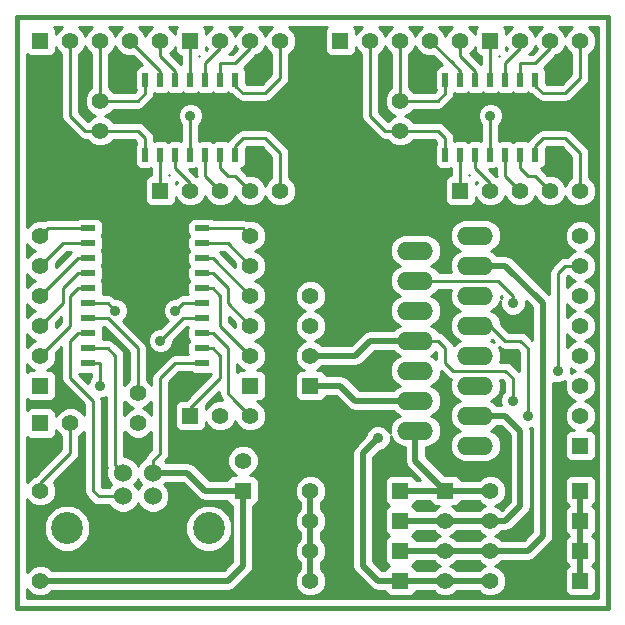
<source format=gtl>
G04 (created by PCBNEW-RS274X (2011-12-28 BZR 3254)-stable) date 2012. 03. 22. 18:32:51*
G01*
G70*
G90*
%MOIN*%
G04 Gerber Fmt 3.4, Leading zero omitted, Abs format*
%FSLAX34Y34*%
G04 APERTURE LIST*
%ADD10C,0.006000*%
%ADD11C,0.015000*%
%ADD12C,0.060000*%
%ADD13C,0.106300*%
%ADD14R,0.050000X0.020000*%
%ADD15R,0.020000X0.045000*%
%ADD16R,0.055000X0.055000*%
%ADD17C,0.055000*%
%ADD18O,0.120000X0.060000*%
%ADD19C,0.035000*%
%ADD20C,0.010000*%
%ADD21C,0.019900*%
G04 APERTURE END LIST*
G54D10*
G54D11*
X04724Y-24409D02*
X04724Y-04724D01*
X24409Y-24409D02*
X04724Y-24409D01*
X24409Y-04724D02*
X24409Y-24409D01*
X04724Y-04724D02*
X24409Y-04724D01*
G54D12*
X09250Y-19900D03*
X08250Y-19900D03*
X08250Y-20687D03*
X09250Y-20687D03*
G54D13*
X11112Y-21750D03*
X06388Y-21750D03*
G54D14*
X07100Y-11750D03*
X07100Y-12250D03*
X07100Y-12750D03*
X07100Y-13250D03*
X07100Y-13750D03*
X07100Y-14250D03*
X07100Y-14750D03*
X07100Y-15250D03*
X07100Y-15750D03*
X07100Y-16250D03*
X10900Y-16250D03*
X10900Y-15750D03*
X10900Y-15250D03*
X10900Y-14750D03*
X10900Y-14250D03*
X10900Y-13750D03*
X10900Y-13250D03*
X10900Y-12750D03*
X10900Y-12250D03*
X10900Y-11750D03*
G54D15*
X09000Y-09300D03*
X09500Y-09300D03*
X10000Y-09300D03*
X10500Y-09300D03*
X11000Y-09300D03*
X11500Y-09300D03*
X12000Y-09300D03*
X12000Y-06800D03*
X11500Y-06800D03*
X10500Y-06800D03*
X10000Y-06800D03*
X09500Y-06800D03*
X09000Y-06800D03*
X11000Y-06800D03*
X19000Y-09300D03*
X19500Y-09300D03*
X20000Y-09300D03*
X20500Y-09300D03*
X21000Y-09300D03*
X21500Y-09300D03*
X22000Y-09300D03*
X22000Y-06800D03*
X21500Y-06800D03*
X20500Y-06800D03*
X20000Y-06800D03*
X19500Y-06800D03*
X19000Y-06800D03*
X21000Y-06800D03*
G54D16*
X23500Y-19000D03*
G54D17*
X23500Y-18000D03*
X23500Y-17000D03*
X23500Y-16000D03*
X23500Y-15000D03*
X23500Y-14000D03*
X23500Y-13000D03*
X23500Y-12000D03*
G54D16*
X12500Y-17000D03*
G54D17*
X12500Y-16000D03*
X12500Y-15000D03*
X12500Y-14000D03*
X12500Y-13000D03*
X12500Y-12000D03*
G54D16*
X05500Y-17000D03*
G54D17*
X05500Y-16000D03*
X05500Y-15000D03*
X05500Y-14000D03*
X05500Y-13000D03*
X05500Y-12000D03*
G54D16*
X15500Y-05500D03*
G54D17*
X16500Y-05500D03*
X17500Y-05500D03*
X18500Y-05500D03*
X19500Y-05500D03*
G54D16*
X19500Y-10500D03*
G54D17*
X20500Y-10500D03*
X21500Y-10500D03*
X22500Y-10500D03*
X23500Y-10500D03*
G54D16*
X09500Y-10500D03*
G54D17*
X10500Y-10500D03*
X11500Y-10500D03*
X12500Y-10500D03*
X13500Y-10500D03*
G54D16*
X05500Y-05500D03*
G54D17*
X06500Y-05500D03*
X07500Y-05500D03*
X08500Y-05500D03*
X09500Y-05500D03*
G54D16*
X20500Y-05500D03*
G54D17*
X21500Y-05500D03*
X22500Y-05500D03*
X23500Y-05500D03*
G54D16*
X10500Y-05500D03*
G54D17*
X11500Y-05500D03*
X12500Y-05500D03*
X13500Y-05500D03*
G54D16*
X14500Y-17000D03*
G54D17*
X14500Y-16000D03*
X14500Y-15000D03*
X14500Y-14000D03*
G54D16*
X19000Y-20500D03*
G54D17*
X19000Y-21500D03*
X19000Y-22500D03*
X19000Y-23500D03*
G54D16*
X10500Y-18000D03*
G54D17*
X11500Y-18000D03*
X12500Y-18000D03*
G54D16*
X05500Y-18250D03*
G54D17*
X06500Y-18250D03*
X05500Y-20500D03*
X05500Y-23500D03*
G54D18*
X20000Y-19000D03*
X18000Y-18500D03*
X20000Y-18000D03*
X18000Y-17500D03*
X20000Y-17000D03*
X18000Y-16500D03*
X20000Y-16000D03*
X18000Y-15500D03*
X20000Y-15000D03*
X18000Y-14500D03*
X20000Y-14000D03*
X18000Y-13500D03*
X20000Y-13000D03*
X18000Y-12500D03*
X20000Y-12000D03*
G54D16*
X17500Y-23500D03*
G54D17*
X14500Y-23500D03*
G54D16*
X23500Y-23500D03*
G54D17*
X20500Y-23500D03*
G54D16*
X17500Y-22500D03*
G54D17*
X14500Y-22500D03*
G54D16*
X23500Y-22500D03*
G54D17*
X20500Y-22500D03*
G54D16*
X17500Y-21500D03*
G54D17*
X14500Y-21500D03*
G54D16*
X23500Y-21500D03*
G54D17*
X20500Y-21500D03*
G54D16*
X17500Y-20500D03*
G54D17*
X14500Y-20500D03*
G54D16*
X23500Y-20500D03*
G54D17*
X20500Y-20500D03*
X08750Y-18250D03*
X08750Y-17250D03*
X07500Y-08500D03*
X07500Y-07500D03*
X17500Y-08500D03*
X17500Y-07500D03*
G54D16*
X12250Y-20500D03*
G54D17*
X12250Y-19500D03*
G54D19*
X21750Y-18000D03*
X22750Y-16500D03*
X21250Y-14250D03*
X10500Y-08000D03*
X08000Y-14500D03*
X07500Y-17000D03*
X10000Y-14500D03*
X20500Y-08000D03*
X16750Y-18750D03*
X09500Y-15500D03*
X21250Y-17500D03*
G54D20*
X21000Y-15500D02*
X21500Y-15500D01*
X20500Y-15000D02*
X21000Y-15500D01*
X21500Y-15500D02*
X21750Y-15750D01*
X21750Y-15750D02*
X21750Y-18000D01*
X20000Y-15000D02*
X20500Y-15000D01*
X23500Y-13000D02*
X23000Y-13000D01*
X23000Y-13000D02*
X22750Y-13250D01*
X22750Y-13250D02*
X22750Y-16500D01*
G54D21*
X17500Y-21500D02*
X19000Y-21500D01*
X20000Y-18000D02*
X21000Y-18000D01*
X21500Y-21000D02*
X21000Y-21500D01*
X21500Y-18500D02*
X21500Y-21000D01*
X19000Y-21500D02*
X20500Y-21500D01*
X21000Y-21500D02*
X20500Y-21500D01*
X21000Y-18000D02*
X21500Y-18500D01*
G54D20*
X20750Y-13500D02*
X21250Y-14000D01*
X18000Y-13500D02*
X20750Y-13500D01*
X21250Y-14000D02*
X21250Y-14250D01*
G54D21*
X16000Y-17500D02*
X18000Y-17500D01*
X23500Y-23500D02*
X23500Y-22500D01*
X15500Y-17000D02*
X16000Y-17500D01*
X14500Y-17000D02*
X15500Y-17000D01*
X23500Y-22500D02*
X23500Y-21500D01*
X23500Y-21500D02*
X23500Y-20500D01*
G54D20*
X10500Y-09300D02*
X10500Y-08000D01*
X09500Y-06800D02*
X09500Y-06500D01*
X09500Y-06500D02*
X08500Y-05500D01*
X12000Y-09300D02*
X12000Y-09000D01*
X13500Y-09250D02*
X13500Y-10500D01*
X12250Y-08750D02*
X13000Y-08750D01*
X12000Y-09000D02*
X12250Y-08750D01*
X13000Y-08750D02*
X13500Y-09250D01*
G54D21*
X17500Y-22500D02*
X19000Y-22500D01*
X19000Y-22500D02*
X20500Y-22500D01*
X22250Y-14250D02*
X22250Y-22000D01*
X20000Y-13000D02*
X21000Y-13000D01*
X22250Y-22000D02*
X21750Y-22500D01*
X21750Y-22500D02*
X20500Y-22500D01*
X21000Y-13000D02*
X22250Y-14250D01*
X19000Y-20500D02*
X20500Y-20500D01*
X17500Y-20500D02*
X19000Y-20500D01*
X18000Y-18500D02*
X18000Y-19500D01*
X18000Y-19500D02*
X19000Y-20500D01*
G54D20*
X09500Y-06000D02*
X09500Y-05500D01*
X10000Y-06800D02*
X10000Y-06500D01*
X10000Y-06500D02*
X09500Y-06000D01*
X08000Y-16000D02*
X08000Y-19650D01*
X07750Y-15750D02*
X08000Y-16000D01*
X08000Y-19650D02*
X08250Y-19900D01*
X07100Y-15750D02*
X07750Y-15750D01*
X12000Y-17500D02*
X12500Y-18000D01*
X11750Y-17250D02*
X12000Y-17500D01*
X11750Y-15750D02*
X11750Y-17250D01*
X10900Y-15250D02*
X11250Y-15250D01*
X11250Y-15250D02*
X11750Y-15750D01*
X10900Y-11750D02*
X12250Y-11750D01*
X12250Y-11750D02*
X12500Y-12000D01*
X07100Y-15250D02*
X06750Y-15250D01*
X06500Y-16750D02*
X07250Y-17500D01*
X06500Y-15500D02*
X06500Y-16750D01*
X06750Y-15250D02*
X06500Y-15500D01*
X07250Y-17500D02*
X07250Y-20500D01*
X07250Y-20500D02*
X07437Y-20687D01*
X07437Y-20687D02*
X08250Y-20687D01*
X07100Y-14750D02*
X07750Y-14750D01*
X08750Y-15750D02*
X08750Y-17250D01*
X07750Y-14750D02*
X08750Y-15750D01*
X07750Y-14250D02*
X08000Y-14500D01*
X07100Y-14250D02*
X07750Y-14250D01*
X07100Y-13750D02*
X06750Y-13750D01*
X06500Y-15000D02*
X05500Y-16000D01*
X06750Y-13750D02*
X06500Y-14000D01*
X06500Y-14000D02*
X06500Y-15000D01*
X06750Y-13250D02*
X06250Y-13750D01*
X06250Y-13750D02*
X06250Y-14250D01*
X06250Y-14250D02*
X05500Y-15000D01*
X07100Y-13250D02*
X06750Y-13250D01*
X06750Y-12750D02*
X05500Y-14000D01*
X07100Y-12750D02*
X06750Y-12750D01*
X06250Y-12250D02*
X05500Y-13000D01*
X07100Y-12250D02*
X06250Y-12250D01*
X05750Y-11750D02*
X05500Y-12000D01*
X07100Y-11750D02*
X05750Y-11750D01*
X07100Y-16250D02*
X07500Y-16250D01*
X07500Y-16250D02*
X07500Y-17000D01*
X10900Y-12250D02*
X11750Y-12250D01*
X11750Y-12250D02*
X12500Y-13000D01*
X10900Y-12750D02*
X11250Y-12750D01*
X11250Y-12750D02*
X12500Y-14000D01*
X11750Y-14250D02*
X12500Y-15000D01*
X11750Y-13750D02*
X11750Y-14250D01*
X10900Y-13250D02*
X11250Y-13250D01*
X11250Y-13250D02*
X11750Y-13750D01*
X11250Y-13750D02*
X11500Y-14000D01*
X10900Y-13750D02*
X11250Y-13750D01*
X11500Y-15000D02*
X12500Y-16000D01*
X11500Y-14000D02*
X11500Y-15000D01*
X12000Y-06800D02*
X12000Y-07000D01*
X12000Y-07000D02*
X12250Y-07250D01*
X13000Y-07250D02*
X13500Y-06750D01*
X13500Y-06750D02*
X13500Y-05500D01*
X12250Y-07250D02*
X13000Y-07250D01*
X18750Y-08500D02*
X17500Y-08500D01*
X19000Y-09300D02*
X19000Y-08750D01*
X17000Y-08500D02*
X17500Y-08500D01*
X16500Y-05500D02*
X16500Y-08000D01*
X19000Y-08750D02*
X18750Y-08500D01*
X16500Y-08000D02*
X17000Y-08500D01*
X23000Y-08750D02*
X23500Y-09250D01*
X23500Y-09250D02*
X23500Y-10500D01*
X22000Y-09300D02*
X22000Y-09000D01*
X22000Y-09000D02*
X22250Y-08750D01*
X22250Y-08750D02*
X23000Y-08750D01*
X11500Y-06800D02*
X11500Y-06250D01*
X12000Y-06250D02*
X12500Y-05750D01*
X11500Y-06250D02*
X12000Y-06250D01*
X12500Y-05750D02*
X12500Y-05500D01*
X11500Y-05750D02*
X11500Y-05500D01*
X11000Y-06250D02*
X11500Y-05750D01*
X11000Y-06800D02*
X11000Y-06250D01*
X10500Y-06800D02*
X10500Y-05500D01*
X11500Y-09750D02*
X11750Y-10000D01*
X11750Y-10000D02*
X12000Y-10000D01*
X11500Y-09300D02*
X11500Y-09750D01*
X12000Y-10000D02*
X12500Y-10500D01*
X11000Y-09300D02*
X11000Y-10000D01*
X11000Y-10000D02*
X11500Y-10500D01*
X10000Y-09300D02*
X10000Y-09750D01*
X10500Y-10250D02*
X10500Y-10500D01*
X10000Y-09750D02*
X10500Y-10250D01*
X09500Y-09300D02*
X09500Y-10500D01*
X08750Y-07500D02*
X07500Y-07500D01*
X09000Y-06800D02*
X09000Y-07250D01*
X07500Y-05500D02*
X07500Y-07500D01*
X09000Y-07250D02*
X08750Y-07500D01*
X10900Y-14250D02*
X10250Y-14250D01*
X10250Y-14250D02*
X10000Y-14500D01*
X20500Y-06800D02*
X20500Y-05500D01*
X21000Y-06800D02*
X21000Y-06250D01*
X21500Y-05750D02*
X21500Y-05500D01*
X21000Y-06250D02*
X21500Y-05750D01*
X21500Y-06250D02*
X22000Y-06250D01*
X21500Y-06800D02*
X21500Y-06250D01*
X22000Y-06250D02*
X22500Y-05750D01*
X22500Y-05750D02*
X22500Y-05500D01*
X23000Y-07250D02*
X23500Y-06750D01*
X22000Y-07000D02*
X22250Y-07250D01*
X22250Y-07250D02*
X23000Y-07250D01*
X23500Y-06750D02*
X23500Y-05500D01*
X22000Y-06800D02*
X22000Y-07000D01*
X22000Y-10000D02*
X22500Y-10500D01*
X21500Y-09300D02*
X21500Y-09750D01*
X21500Y-09750D02*
X21750Y-10000D01*
X21750Y-10000D02*
X22000Y-10000D01*
X20500Y-09300D02*
X20500Y-08000D01*
X20000Y-09750D02*
X20500Y-10250D01*
X20000Y-09300D02*
X20000Y-09750D01*
X20500Y-10250D02*
X20500Y-10500D01*
X19500Y-09300D02*
X19500Y-10500D01*
X19250Y-06250D02*
X18500Y-05500D01*
X19500Y-06800D02*
X19500Y-06500D01*
X19500Y-06500D02*
X19250Y-06250D01*
X06500Y-08000D02*
X07000Y-08500D01*
X07000Y-08500D02*
X07500Y-08500D01*
X09000Y-09300D02*
X09000Y-08750D01*
X09000Y-08750D02*
X08750Y-08500D01*
X06500Y-05500D02*
X06500Y-08000D01*
X08750Y-08500D02*
X07500Y-08500D01*
X21000Y-09300D02*
X21000Y-10000D01*
X21000Y-10000D02*
X21500Y-10500D01*
G54D21*
X16750Y-18750D02*
X16250Y-19250D01*
X16750Y-23500D02*
X17500Y-23500D01*
X17500Y-23500D02*
X20500Y-23500D01*
X16250Y-19250D02*
X16250Y-23000D01*
X16250Y-23000D02*
X16750Y-23500D01*
G54D20*
X19500Y-06000D02*
X19500Y-05500D01*
X20000Y-06800D02*
X20000Y-06500D01*
X20000Y-06500D02*
X19500Y-06000D01*
X10250Y-14750D02*
X10900Y-14750D01*
X09500Y-15500D02*
X10250Y-14750D01*
X05500Y-20250D02*
X06500Y-19250D01*
X06500Y-19250D02*
X06500Y-18250D01*
X05500Y-20500D02*
X05500Y-20250D01*
X09250Y-19900D02*
X09250Y-19500D01*
X10000Y-16250D02*
X10900Y-16250D01*
G54D21*
X12250Y-23000D02*
X12250Y-20500D01*
G54D20*
X09500Y-16750D02*
X10000Y-16250D01*
X09500Y-19250D02*
X09500Y-16750D01*
X09250Y-19500D02*
X09500Y-19250D01*
G54D21*
X10400Y-19900D02*
X09250Y-19900D01*
X12250Y-20500D02*
X11000Y-20500D01*
X11750Y-23500D02*
X12250Y-23000D01*
X05500Y-23500D02*
X11750Y-23500D01*
X11000Y-20500D02*
X10400Y-19900D01*
X16000Y-16000D02*
X16500Y-15500D01*
G54D20*
X18000Y-15500D02*
X18750Y-15500D01*
X21250Y-16750D02*
X21250Y-17500D01*
G54D21*
X14500Y-23500D02*
X14500Y-22500D01*
X14500Y-22500D02*
X14500Y-21500D01*
X14500Y-21500D02*
X14500Y-20500D01*
X14500Y-16000D02*
X16000Y-16000D01*
X16500Y-15500D02*
X18000Y-15500D01*
G54D20*
X19000Y-16250D02*
X19250Y-16500D01*
X18750Y-15500D02*
X19000Y-15750D01*
X21000Y-16500D02*
X21250Y-16750D01*
X19250Y-16500D02*
X21000Y-16500D01*
X19000Y-15750D02*
X19000Y-16250D01*
X18750Y-07500D02*
X17500Y-07500D01*
X19000Y-07250D02*
X18750Y-07500D01*
X19000Y-06800D02*
X19000Y-07250D01*
X17500Y-05500D02*
X17500Y-07500D01*
X10900Y-15750D02*
X11250Y-15750D01*
X11500Y-16000D02*
X11500Y-16750D01*
X11250Y-15750D02*
X11500Y-16000D01*
X10500Y-17750D02*
X10500Y-18000D01*
X11500Y-16750D02*
X10500Y-17750D01*
G54D10*
G36*
X05276Y-16476D02*
X05176Y-16476D01*
X05084Y-16514D01*
X05049Y-16549D01*
X05049Y-16282D01*
X05055Y-16297D01*
X05202Y-16445D01*
X05276Y-16476D01*
X05276Y-16476D01*
G37*
G54D20*
X05276Y-16476D02*
X05176Y-16476D01*
X05084Y-16514D01*
X05049Y-16549D01*
X05049Y-16282D01*
X05055Y-16297D01*
X05202Y-16445D01*
X05276Y-16476D01*
G54D10*
G36*
X05335Y-12500D02*
X05203Y-12555D01*
X05055Y-12702D01*
X05049Y-12716D01*
X05049Y-12282D01*
X05055Y-12297D01*
X05202Y-12445D01*
X05335Y-12500D01*
X05335Y-12500D01*
G37*
G54D20*
X05335Y-12500D02*
X05203Y-12555D01*
X05055Y-12702D01*
X05049Y-12716D01*
X05049Y-12282D01*
X05055Y-12297D01*
X05202Y-12445D01*
X05335Y-12500D01*
G54D10*
G36*
X05335Y-13500D02*
X05203Y-13555D01*
X05055Y-13702D01*
X05049Y-13716D01*
X05049Y-13282D01*
X05055Y-13297D01*
X05202Y-13445D01*
X05335Y-13500D01*
X05335Y-13500D01*
G37*
G54D20*
X05335Y-13500D02*
X05203Y-13555D01*
X05055Y-13702D01*
X05049Y-13716D01*
X05049Y-13282D01*
X05055Y-13297D01*
X05202Y-13445D01*
X05335Y-13500D01*
G54D10*
G36*
X05335Y-14500D02*
X05203Y-14555D01*
X05055Y-14702D01*
X05049Y-14716D01*
X05049Y-14282D01*
X05055Y-14297D01*
X05202Y-14445D01*
X05335Y-14500D01*
X05335Y-14500D01*
G37*
G54D20*
X05335Y-14500D02*
X05203Y-14555D01*
X05055Y-14702D01*
X05049Y-14716D01*
X05049Y-14282D01*
X05055Y-14297D01*
X05202Y-14445D01*
X05335Y-14500D01*
G54D10*
G36*
X05335Y-15500D02*
X05203Y-15555D01*
X05055Y-15702D01*
X05049Y-15716D01*
X05049Y-15282D01*
X05055Y-15297D01*
X05202Y-15445D01*
X05335Y-15500D01*
X05335Y-15500D01*
G37*
G54D20*
X05335Y-15500D02*
X05203Y-15555D01*
X05055Y-15702D01*
X05049Y-15716D01*
X05049Y-15282D01*
X05055Y-15297D01*
X05202Y-15445D01*
X05335Y-15500D01*
G54D10*
G36*
X06200Y-14876D02*
X06025Y-15051D01*
X06025Y-14899D01*
X06200Y-14724D01*
X06200Y-14876D01*
X06200Y-14876D01*
G37*
G54D20*
X06200Y-14876D02*
X06025Y-15051D01*
X06025Y-14899D01*
X06200Y-14724D01*
X06200Y-14876D01*
G54D10*
G36*
X06200Y-19126D02*
X05319Y-20006D01*
X05203Y-20055D01*
X05055Y-20202D01*
X05049Y-20216D01*
X05049Y-18701D01*
X05084Y-18736D01*
X05175Y-18774D01*
X05274Y-18774D01*
X05824Y-18774D01*
X05916Y-18736D01*
X05986Y-18666D01*
X06024Y-18575D01*
X06024Y-18476D01*
X06024Y-18472D01*
X06055Y-18547D01*
X06200Y-18692D01*
X06200Y-19126D01*
X06200Y-19126D01*
G37*
G54D20*
X06200Y-19126D02*
X05319Y-20006D01*
X05203Y-20055D01*
X05055Y-20202D01*
X05049Y-20216D01*
X05049Y-18701D01*
X05084Y-18736D01*
X05175Y-18774D01*
X05274Y-18774D01*
X05824Y-18774D01*
X05916Y-18736D01*
X05986Y-18666D01*
X06024Y-18575D01*
X06024Y-18476D01*
X06024Y-18472D01*
X06055Y-18547D01*
X06200Y-18692D01*
X06200Y-19126D01*
G54D10*
G36*
X06217Y-05049D02*
X06203Y-05055D01*
X06055Y-05202D01*
X06024Y-05276D01*
X06024Y-05176D01*
X05986Y-05084D01*
X05951Y-05049D01*
X06217Y-05049D01*
X06217Y-05049D01*
G37*
G54D20*
X06217Y-05049D02*
X06203Y-05055D01*
X06055Y-05202D01*
X06024Y-05276D01*
X06024Y-05176D01*
X05986Y-05084D01*
X05951Y-05049D01*
X06217Y-05049D01*
G54D10*
G36*
X06525Y-12550D02*
X06025Y-13050D01*
X06025Y-12899D01*
X06374Y-12550D01*
X06525Y-12550D01*
X06525Y-12550D01*
G37*
G54D20*
X06525Y-12550D02*
X06025Y-13050D01*
X06025Y-12899D01*
X06374Y-12550D01*
X06525Y-12550D01*
G54D10*
G36*
X06950Y-17965D02*
X06945Y-17953D01*
X06798Y-17805D01*
X06605Y-17725D01*
X06396Y-17725D01*
X06203Y-17805D01*
X06055Y-17952D01*
X06024Y-18026D01*
X06024Y-17926D01*
X05986Y-17834D01*
X05916Y-17764D01*
X05825Y-17726D01*
X05726Y-17726D01*
X05176Y-17726D01*
X05084Y-17764D01*
X05049Y-17799D01*
X05049Y-17451D01*
X05084Y-17486D01*
X05175Y-17524D01*
X05274Y-17524D01*
X05824Y-17524D01*
X05916Y-17486D01*
X05986Y-17416D01*
X06024Y-17325D01*
X06024Y-17226D01*
X06024Y-16676D01*
X05986Y-16584D01*
X05916Y-16514D01*
X05825Y-16476D01*
X05726Y-16476D01*
X05722Y-16476D01*
X05797Y-16445D01*
X05945Y-16298D01*
X06025Y-16105D01*
X06025Y-15899D01*
X06200Y-15724D01*
X06200Y-16750D01*
X06223Y-16865D01*
X06288Y-16962D01*
X06950Y-17624D01*
X06950Y-17965D01*
X06950Y-17965D01*
G37*
G54D20*
X06950Y-17965D02*
X06945Y-17953D01*
X06798Y-17805D01*
X06605Y-17725D01*
X06396Y-17725D01*
X06203Y-17805D01*
X06055Y-17952D01*
X06024Y-18026D01*
X06024Y-17926D01*
X05986Y-17834D01*
X05916Y-17764D01*
X05825Y-17726D01*
X05726Y-17726D01*
X05176Y-17726D01*
X05084Y-17764D01*
X05049Y-17799D01*
X05049Y-17451D01*
X05084Y-17486D01*
X05175Y-17524D01*
X05274Y-17524D01*
X05824Y-17524D01*
X05916Y-17486D01*
X05986Y-17416D01*
X06024Y-17325D01*
X06024Y-17226D01*
X06024Y-16676D01*
X05986Y-16584D01*
X05916Y-16514D01*
X05825Y-16476D01*
X05726Y-16476D01*
X05722Y-16476D01*
X05797Y-16445D01*
X05945Y-16298D01*
X06025Y-16105D01*
X06025Y-15899D01*
X06200Y-15724D01*
X06200Y-16750D01*
X06223Y-16865D01*
X06288Y-16962D01*
X06950Y-17624D01*
X06950Y-17965D01*
G54D10*
G36*
X07200Y-16699D02*
X07140Y-16759D01*
X07079Y-16904D01*
X06800Y-16625D01*
X06800Y-16599D01*
X06899Y-16599D01*
X07200Y-16599D01*
X07200Y-16699D01*
X07200Y-16699D01*
G37*
G54D20*
X07200Y-16699D02*
X07140Y-16759D01*
X07079Y-16904D01*
X06800Y-16625D01*
X06800Y-16599D01*
X06899Y-16599D01*
X07200Y-16599D01*
X07200Y-16699D01*
G54D10*
G36*
X07217Y-05049D02*
X07203Y-05055D01*
X07055Y-05202D01*
X06999Y-05335D01*
X06945Y-05203D01*
X06798Y-05055D01*
X06783Y-05049D01*
X07217Y-05049D01*
X07217Y-05049D01*
G37*
G54D20*
X07217Y-05049D02*
X07203Y-05055D01*
X07055Y-05202D01*
X06999Y-05335D01*
X06945Y-05203D01*
X06798Y-05055D01*
X06783Y-05049D01*
X07217Y-05049D01*
G54D10*
G36*
X07335Y-08000D02*
X07203Y-08055D01*
X07090Y-08166D01*
X06800Y-07876D01*
X06800Y-05942D01*
X06945Y-05798D01*
X07000Y-05664D01*
X07055Y-05797D01*
X07200Y-05942D01*
X07200Y-07057D01*
X07055Y-07202D01*
X06975Y-07395D01*
X06975Y-07604D01*
X07055Y-07797D01*
X07202Y-07945D01*
X07335Y-08000D01*
X07335Y-08000D01*
G37*
G54D20*
X07335Y-08000D02*
X07203Y-08055D01*
X07090Y-08166D01*
X06800Y-07876D01*
X06800Y-05942D01*
X06945Y-05798D01*
X07000Y-05664D01*
X07055Y-05797D01*
X07200Y-05942D01*
X07200Y-07057D01*
X07055Y-07202D01*
X06975Y-07395D01*
X06975Y-07604D01*
X07055Y-07797D01*
X07202Y-07945D01*
X07335Y-08000D01*
G54D10*
G36*
X07867Y-20293D02*
X07785Y-20376D01*
X07780Y-20387D01*
X07561Y-20387D01*
X07550Y-20376D01*
X07550Y-17500D01*
X07535Y-17425D01*
X07584Y-17425D01*
X07700Y-17377D01*
X07700Y-19650D01*
X07719Y-19746D01*
X07701Y-19791D01*
X07701Y-20009D01*
X07785Y-20211D01*
X07867Y-20293D01*
X07867Y-20293D01*
G37*
G54D20*
X07867Y-20293D02*
X07785Y-20376D01*
X07780Y-20387D01*
X07561Y-20387D01*
X07550Y-20376D01*
X07550Y-17500D01*
X07535Y-17425D01*
X07584Y-17425D01*
X07700Y-17377D01*
X07700Y-19650D01*
X07719Y-19746D01*
X07701Y-19791D01*
X07701Y-20009D01*
X07785Y-20211D01*
X07867Y-20293D01*
G54D10*
G36*
X08217Y-05049D02*
X08203Y-05055D01*
X08055Y-05202D01*
X07999Y-05335D01*
X07945Y-05203D01*
X07798Y-05055D01*
X07783Y-05049D01*
X08217Y-05049D01*
X08217Y-05049D01*
G37*
G54D20*
X08217Y-05049D02*
X08203Y-05055D01*
X08055Y-05202D01*
X07999Y-05335D01*
X07945Y-05203D01*
X07798Y-05055D01*
X07783Y-05049D01*
X08217Y-05049D01*
G54D10*
G36*
X08450Y-16807D02*
X08305Y-16952D01*
X08300Y-16964D01*
X08300Y-16000D01*
X08277Y-15885D01*
X08212Y-15788D01*
X08212Y-15787D01*
X07962Y-15538D01*
X07865Y-15473D01*
X07750Y-15450D01*
X07578Y-15450D01*
X07599Y-15400D01*
X07599Y-15301D01*
X07599Y-15101D01*
X07577Y-15050D01*
X07626Y-15050D01*
X08450Y-15874D01*
X08450Y-16807D01*
X08450Y-16807D01*
G37*
G54D20*
X08450Y-16807D02*
X08305Y-16952D01*
X08300Y-16964D01*
X08300Y-16000D01*
X08277Y-15885D01*
X08212Y-15788D01*
X08212Y-15787D01*
X07962Y-15538D01*
X07865Y-15473D01*
X07750Y-15450D01*
X07578Y-15450D01*
X07599Y-15400D01*
X07599Y-15301D01*
X07599Y-15101D01*
X07577Y-15050D01*
X07626Y-15050D01*
X08450Y-15874D01*
X08450Y-16807D01*
G54D10*
G36*
X08585Y-17750D02*
X08453Y-17805D01*
X08305Y-17952D01*
X08300Y-17964D01*
X08300Y-17534D01*
X08305Y-17547D01*
X08452Y-17695D01*
X08585Y-17750D01*
X08585Y-17750D01*
G37*
G54D20*
X08585Y-17750D02*
X08453Y-17805D01*
X08305Y-17952D01*
X08300Y-17964D01*
X08300Y-17534D01*
X08305Y-17547D01*
X08452Y-17695D01*
X08585Y-17750D01*
G54D10*
G36*
X08867Y-20293D02*
X08785Y-20376D01*
X08750Y-20460D01*
X08715Y-20376D01*
X08632Y-20293D01*
X08715Y-20211D01*
X08750Y-20126D01*
X08785Y-20211D01*
X08867Y-20293D01*
X08867Y-20293D01*
G37*
G54D20*
X08867Y-20293D02*
X08785Y-20376D01*
X08750Y-20460D01*
X08715Y-20376D01*
X08632Y-20293D01*
X08715Y-20211D01*
X08750Y-20126D01*
X08785Y-20211D01*
X08867Y-20293D01*
G54D10*
G36*
X08902Y-06326D02*
X08851Y-06326D01*
X08759Y-06364D01*
X08689Y-06434D01*
X08651Y-06525D01*
X08651Y-06624D01*
X08651Y-07074D01*
X08680Y-07145D01*
X08625Y-07200D01*
X07942Y-07200D01*
X07800Y-07057D01*
X07800Y-05942D01*
X07945Y-05798D01*
X08000Y-05664D01*
X08055Y-05797D01*
X08202Y-05945D01*
X08395Y-06025D01*
X08601Y-06025D01*
X08902Y-06326D01*
X08902Y-06326D01*
G37*
G54D20*
X08902Y-06326D02*
X08851Y-06326D01*
X08759Y-06364D01*
X08689Y-06434D01*
X08651Y-06525D01*
X08651Y-06624D01*
X08651Y-07074D01*
X08680Y-07145D01*
X08625Y-07200D01*
X07942Y-07200D01*
X07800Y-07057D01*
X07800Y-05942D01*
X07945Y-05798D01*
X08000Y-05664D01*
X08055Y-05797D01*
X08202Y-05945D01*
X08395Y-06025D01*
X08601Y-06025D01*
X08902Y-06326D01*
G54D10*
G36*
X09200Y-17965D02*
X09195Y-17953D01*
X09048Y-17805D01*
X08914Y-17749D01*
X09047Y-17695D01*
X09195Y-17548D01*
X09200Y-17535D01*
X09200Y-17965D01*
X09200Y-17965D01*
G37*
G54D20*
X09200Y-17965D02*
X09195Y-17953D01*
X09048Y-17805D01*
X08914Y-17749D01*
X09047Y-17695D01*
X09195Y-17548D01*
X09200Y-17535D01*
X09200Y-17965D01*
G54D10*
G36*
X09200Y-19125D02*
X09038Y-19288D01*
X08973Y-19385D01*
X08965Y-19424D01*
X08939Y-19435D01*
X08785Y-19589D01*
X08750Y-19673D01*
X08715Y-19589D01*
X08561Y-19435D01*
X08359Y-19351D01*
X08300Y-19351D01*
X08300Y-18534D01*
X08305Y-18547D01*
X08452Y-18695D01*
X08645Y-18775D01*
X08854Y-18775D01*
X09047Y-18695D01*
X09195Y-18548D01*
X09200Y-18535D01*
X09200Y-19125D01*
X09200Y-19125D01*
G37*
G54D20*
X09200Y-19125D02*
X09038Y-19288D01*
X08973Y-19385D01*
X08965Y-19424D01*
X08939Y-19435D01*
X08785Y-19589D01*
X08750Y-19673D01*
X08715Y-19589D01*
X08561Y-19435D01*
X08359Y-19351D01*
X08300Y-19351D01*
X08300Y-18534D01*
X08305Y-18547D01*
X08452Y-18695D01*
X08645Y-18775D01*
X08854Y-18775D01*
X09047Y-18695D01*
X09195Y-18548D01*
X09200Y-18535D01*
X09200Y-19125D01*
G54D10*
G36*
X09217Y-05049D02*
X09203Y-05055D01*
X09055Y-05202D01*
X08999Y-05335D01*
X08945Y-05203D01*
X08798Y-05055D01*
X08783Y-05049D01*
X09217Y-05049D01*
X09217Y-05049D01*
G37*
G54D20*
X09217Y-05049D02*
X09203Y-05055D01*
X09055Y-05202D01*
X08999Y-05335D01*
X08945Y-05203D01*
X08798Y-05055D01*
X08783Y-05049D01*
X09217Y-05049D01*
G54D10*
G36*
X09802Y-09976D02*
X09800Y-09976D01*
X09800Y-09974D01*
X09802Y-09976D01*
X09802Y-09976D01*
G37*
G54D20*
X09802Y-09976D02*
X09800Y-09976D01*
X09800Y-09974D01*
X09802Y-09976D01*
G54D10*
G36*
X10047Y-10221D02*
X10024Y-10276D01*
X10024Y-10198D01*
X10047Y-10221D01*
X10047Y-10221D01*
G37*
G54D20*
X10047Y-10221D02*
X10024Y-10276D01*
X10024Y-10198D01*
X10047Y-10221D01*
G54D10*
G36*
X10049Y-05049D02*
X10014Y-05084D01*
X09976Y-05175D01*
X09976Y-05274D01*
X09976Y-05277D01*
X09945Y-05203D01*
X09798Y-05055D01*
X09783Y-05049D01*
X10049Y-05049D01*
X10049Y-05049D01*
G37*
G54D20*
X10049Y-05049D02*
X10014Y-05084D01*
X09976Y-05175D01*
X09976Y-05274D01*
X09976Y-05277D01*
X09945Y-05203D01*
X09798Y-05055D01*
X09783Y-05049D01*
X10049Y-05049D01*
G54D10*
G36*
X10200Y-06276D02*
X09833Y-05909D01*
X09945Y-05798D01*
X09976Y-05723D01*
X09976Y-05824D01*
X10014Y-05916D01*
X10084Y-05986D01*
X10175Y-06024D01*
X10200Y-06024D01*
X10200Y-06276D01*
X10200Y-06276D01*
G37*
G54D20*
X10200Y-06276D02*
X09833Y-05909D01*
X09945Y-05798D01*
X09976Y-05723D01*
X09976Y-05824D01*
X10014Y-05916D01*
X10084Y-05986D01*
X10175Y-06024D01*
X10200Y-06024D01*
X10200Y-06276D01*
G54D10*
G36*
X10703Y-10015D02*
X10680Y-10006D01*
X10448Y-09774D01*
X10449Y-09774D01*
X10649Y-09774D01*
X10700Y-09752D01*
X10700Y-10000D01*
X10703Y-10015D01*
X10703Y-10015D01*
G37*
G54D20*
X10703Y-10015D02*
X10680Y-10006D01*
X10448Y-09774D01*
X10449Y-09774D01*
X10649Y-09774D01*
X10700Y-09752D01*
X10700Y-10000D01*
X10703Y-10015D01*
G54D10*
G36*
X10802Y-06024D02*
X10800Y-06026D01*
X10800Y-06024D01*
X10802Y-06024D01*
X10802Y-06024D01*
G37*
G54D20*
X10802Y-06024D02*
X10800Y-06026D01*
X10800Y-06024D01*
X10802Y-06024D01*
G54D10*
G36*
X11047Y-05778D02*
X11024Y-05802D01*
X11024Y-05726D01*
X11024Y-05722D01*
X11047Y-05778D01*
X11047Y-05778D01*
G37*
G54D20*
X11047Y-05778D02*
X11024Y-05802D01*
X11024Y-05726D01*
X11024Y-05722D01*
X11047Y-05778D01*
G54D10*
G36*
X11217Y-05049D02*
X11203Y-05055D01*
X11055Y-05202D01*
X11024Y-05276D01*
X11024Y-05176D01*
X10986Y-05084D01*
X10951Y-05049D01*
X11217Y-05049D01*
X11217Y-05049D01*
G37*
G54D20*
X11217Y-05049D02*
X11203Y-05055D01*
X11055Y-05202D01*
X11024Y-05276D01*
X11024Y-05176D01*
X10986Y-05084D01*
X10951Y-05049D01*
X11217Y-05049D01*
G54D10*
G36*
X11550Y-17475D02*
X11396Y-17475D01*
X11203Y-17555D01*
X11055Y-17702D01*
X11024Y-17776D01*
X11024Y-17676D01*
X11016Y-17657D01*
X11450Y-17224D01*
X11450Y-17250D01*
X11473Y-17365D01*
X11538Y-17462D01*
X11550Y-17475D01*
X11550Y-17475D01*
G37*
G54D20*
X11550Y-17475D02*
X11396Y-17475D01*
X11203Y-17555D01*
X11055Y-17702D01*
X11024Y-17776D01*
X11024Y-17676D01*
X11016Y-17657D01*
X11450Y-17224D01*
X11450Y-17250D01*
X11473Y-17365D01*
X11538Y-17462D01*
X11550Y-17475D01*
G54D10*
G36*
X11901Y-22855D02*
X11893Y-22863D01*
X11893Y-21906D01*
X11893Y-21595D01*
X11774Y-21308D01*
X11555Y-21088D01*
X11268Y-20969D01*
X10957Y-20969D01*
X10670Y-21088D01*
X10450Y-21307D01*
X10331Y-21594D01*
X10331Y-21905D01*
X10450Y-22192D01*
X10669Y-22412D01*
X10956Y-22531D01*
X11267Y-22531D01*
X11554Y-22412D01*
X11774Y-22193D01*
X11893Y-21906D01*
X11893Y-22863D01*
X11605Y-23151D01*
X07169Y-23151D01*
X07169Y-21906D01*
X07169Y-21595D01*
X07050Y-21308D01*
X06831Y-21088D01*
X06544Y-20969D01*
X06233Y-20969D01*
X05946Y-21088D01*
X05726Y-21307D01*
X05607Y-21594D01*
X05607Y-21905D01*
X05726Y-22192D01*
X05945Y-22412D01*
X06232Y-22531D01*
X06543Y-22531D01*
X06830Y-22412D01*
X07050Y-22193D01*
X07169Y-21906D01*
X07169Y-23151D01*
X05893Y-23151D01*
X05798Y-23055D01*
X05605Y-22975D01*
X05396Y-22975D01*
X05203Y-23055D01*
X05055Y-23202D01*
X05049Y-23216D01*
X05049Y-20782D01*
X05055Y-20797D01*
X05202Y-20945D01*
X05395Y-21025D01*
X05604Y-21025D01*
X05797Y-20945D01*
X05945Y-20798D01*
X06025Y-20605D01*
X06025Y-20396D01*
X05952Y-20221D01*
X06712Y-19462D01*
X06777Y-19365D01*
X06800Y-19250D01*
X06800Y-18692D01*
X06945Y-18548D01*
X06950Y-18535D01*
X06950Y-20500D01*
X06973Y-20615D01*
X07038Y-20712D01*
X07225Y-20899D01*
X07322Y-20964D01*
X07437Y-20987D01*
X07780Y-20987D01*
X07785Y-20998D01*
X07939Y-21152D01*
X08141Y-21236D01*
X08359Y-21236D01*
X08561Y-21152D01*
X08715Y-20998D01*
X08750Y-20913D01*
X08785Y-20998D01*
X08939Y-21152D01*
X09141Y-21236D01*
X09359Y-21236D01*
X09561Y-21152D01*
X09715Y-20998D01*
X09799Y-20796D01*
X09799Y-20578D01*
X09715Y-20376D01*
X09632Y-20293D01*
X09677Y-20249D01*
X10255Y-20249D01*
X10751Y-20744D01*
X10753Y-20747D01*
X10866Y-20822D01*
X10867Y-20822D01*
X11000Y-20849D01*
X11736Y-20849D01*
X11764Y-20916D01*
X11834Y-20986D01*
X11901Y-21013D01*
X11901Y-22855D01*
X11901Y-22855D01*
G37*
G54D20*
X11901Y-22855D02*
X11893Y-22863D01*
X11893Y-21906D01*
X11893Y-21595D01*
X11774Y-21308D01*
X11555Y-21088D01*
X11268Y-20969D01*
X10957Y-20969D01*
X10670Y-21088D01*
X10450Y-21307D01*
X10331Y-21594D01*
X10331Y-21905D01*
X10450Y-22192D01*
X10669Y-22412D01*
X10956Y-22531D01*
X11267Y-22531D01*
X11554Y-22412D01*
X11774Y-22193D01*
X11893Y-21906D01*
X11893Y-22863D01*
X11605Y-23151D01*
X07169Y-23151D01*
X07169Y-21906D01*
X07169Y-21595D01*
X07050Y-21308D01*
X06831Y-21088D01*
X06544Y-20969D01*
X06233Y-20969D01*
X05946Y-21088D01*
X05726Y-21307D01*
X05607Y-21594D01*
X05607Y-21905D01*
X05726Y-22192D01*
X05945Y-22412D01*
X06232Y-22531D01*
X06543Y-22531D01*
X06830Y-22412D01*
X07050Y-22193D01*
X07169Y-21906D01*
X07169Y-23151D01*
X05893Y-23151D01*
X05798Y-23055D01*
X05605Y-22975D01*
X05396Y-22975D01*
X05203Y-23055D01*
X05055Y-23202D01*
X05049Y-23216D01*
X05049Y-20782D01*
X05055Y-20797D01*
X05202Y-20945D01*
X05395Y-21025D01*
X05604Y-21025D01*
X05797Y-20945D01*
X05945Y-20798D01*
X06025Y-20605D01*
X06025Y-20396D01*
X05952Y-20221D01*
X06712Y-19462D01*
X06777Y-19365D01*
X06800Y-19250D01*
X06800Y-18692D01*
X06945Y-18548D01*
X06950Y-18535D01*
X06950Y-20500D01*
X06973Y-20615D01*
X07038Y-20712D01*
X07225Y-20899D01*
X07322Y-20964D01*
X07437Y-20987D01*
X07780Y-20987D01*
X07785Y-20998D01*
X07939Y-21152D01*
X08141Y-21236D01*
X08359Y-21236D01*
X08561Y-21152D01*
X08715Y-20998D01*
X08750Y-20913D01*
X08785Y-20998D01*
X08939Y-21152D01*
X09141Y-21236D01*
X09359Y-21236D01*
X09561Y-21152D01*
X09715Y-20998D01*
X09799Y-20796D01*
X09799Y-20578D01*
X09715Y-20376D01*
X09632Y-20293D01*
X09677Y-20249D01*
X10255Y-20249D01*
X10751Y-20744D01*
X10753Y-20747D01*
X10866Y-20822D01*
X10867Y-20822D01*
X11000Y-20849D01*
X11736Y-20849D01*
X11764Y-20916D01*
X11834Y-20986D01*
X11901Y-21013D01*
X11901Y-22855D01*
G54D10*
G36*
X11975Y-13050D02*
X11474Y-12550D01*
X11625Y-12550D01*
X11975Y-12899D01*
X11975Y-13050D01*
X11975Y-13050D01*
G37*
G54D20*
X11975Y-13050D02*
X11474Y-12550D01*
X11625Y-12550D01*
X11975Y-12899D01*
X11975Y-13050D01*
G54D10*
G36*
X11975Y-15051D02*
X11800Y-14876D01*
X11800Y-14724D01*
X11975Y-14899D01*
X11975Y-15051D01*
X11975Y-15051D01*
G37*
G54D20*
X11975Y-15051D02*
X11800Y-14876D01*
X11800Y-14724D01*
X11975Y-14899D01*
X11975Y-15051D01*
G54D10*
G36*
X12047Y-05778D02*
X11876Y-05950D01*
X11784Y-05950D01*
X11797Y-05945D01*
X11945Y-05798D01*
X12000Y-05664D01*
X12047Y-05778D01*
X12047Y-05778D01*
G37*
G54D20*
X12047Y-05778D02*
X11876Y-05950D01*
X11784Y-05950D01*
X11797Y-05945D01*
X11945Y-05798D01*
X12000Y-05664D01*
X12047Y-05778D01*
G54D10*
G36*
X12217Y-05049D02*
X12203Y-05055D01*
X12055Y-05202D01*
X11999Y-05335D01*
X11945Y-05203D01*
X11798Y-05055D01*
X11783Y-05049D01*
X12217Y-05049D01*
X12217Y-05049D01*
G37*
G54D20*
X12217Y-05049D02*
X12203Y-05055D01*
X12055Y-05202D01*
X11999Y-05335D01*
X11945Y-05203D01*
X11798Y-05055D01*
X11783Y-05049D01*
X12217Y-05049D01*
G54D10*
G36*
X12276Y-16476D02*
X12176Y-16476D01*
X12084Y-16514D01*
X12050Y-16548D01*
X12050Y-16284D01*
X12055Y-16297D01*
X12202Y-16445D01*
X12276Y-16476D01*
X12276Y-16476D01*
G37*
G54D20*
X12276Y-16476D02*
X12176Y-16476D01*
X12084Y-16514D01*
X12050Y-16548D01*
X12050Y-16284D01*
X12055Y-16297D01*
X12202Y-16445D01*
X12276Y-16476D01*
G54D10*
G36*
X13200Y-06626D02*
X12876Y-06950D01*
X12374Y-06950D01*
X12349Y-06924D01*
X12349Y-06526D01*
X12311Y-06434D01*
X12275Y-06398D01*
X12680Y-05993D01*
X12797Y-05945D01*
X12945Y-05798D01*
X13000Y-05664D01*
X13055Y-05797D01*
X13200Y-05942D01*
X13200Y-06626D01*
X13200Y-06626D01*
G37*
G54D20*
X13200Y-06626D02*
X12876Y-06950D01*
X12374Y-06950D01*
X12349Y-06924D01*
X12349Y-06526D01*
X12311Y-06434D01*
X12275Y-06398D01*
X12680Y-05993D01*
X12797Y-05945D01*
X12945Y-05798D01*
X13000Y-05664D01*
X13055Y-05797D01*
X13200Y-05942D01*
X13200Y-06626D01*
G54D10*
G36*
X13200Y-10057D02*
X13055Y-10202D01*
X12999Y-10335D01*
X12945Y-10203D01*
X12798Y-10055D01*
X12605Y-09975D01*
X12399Y-09975D01*
X12212Y-09788D01*
X12175Y-09763D01*
X12241Y-09736D01*
X12311Y-09666D01*
X12349Y-09575D01*
X12349Y-09476D01*
X12349Y-09075D01*
X12374Y-09050D01*
X12876Y-09050D01*
X13200Y-09374D01*
X13200Y-10057D01*
X13200Y-10057D01*
G37*
G54D20*
X13200Y-10057D02*
X13055Y-10202D01*
X12999Y-10335D01*
X12945Y-10203D01*
X12798Y-10055D01*
X12605Y-09975D01*
X12399Y-09975D01*
X12212Y-09788D01*
X12175Y-09763D01*
X12241Y-09736D01*
X12311Y-09666D01*
X12349Y-09575D01*
X12349Y-09476D01*
X12349Y-09075D01*
X12374Y-09050D01*
X12876Y-09050D01*
X13200Y-09374D01*
X13200Y-10057D01*
G54D10*
G36*
X13217Y-05049D02*
X13203Y-05055D01*
X13055Y-05202D01*
X12999Y-05335D01*
X12945Y-05203D01*
X12798Y-05055D01*
X12783Y-05049D01*
X13217Y-05049D01*
X13217Y-05049D01*
G37*
G54D20*
X13217Y-05049D02*
X13203Y-05055D01*
X13055Y-05202D01*
X12999Y-05335D01*
X12945Y-05203D01*
X12798Y-05055D01*
X12783Y-05049D01*
X13217Y-05049D01*
G54D10*
G36*
X16217Y-05049D02*
X16203Y-05055D01*
X16055Y-05202D01*
X16024Y-05276D01*
X16024Y-05176D01*
X15986Y-05084D01*
X15951Y-05049D01*
X16217Y-05049D01*
X16217Y-05049D01*
G37*
G54D20*
X16217Y-05049D02*
X16203Y-05055D01*
X16055Y-05202D01*
X16024Y-05276D01*
X16024Y-05176D01*
X15986Y-05084D01*
X15951Y-05049D01*
X16217Y-05049D01*
G54D10*
G36*
X17217Y-05049D02*
X17203Y-05055D01*
X17055Y-05202D01*
X16999Y-05335D01*
X16945Y-05203D01*
X16798Y-05055D01*
X16783Y-05049D01*
X17217Y-05049D01*
X17217Y-05049D01*
G37*
G54D20*
X17217Y-05049D02*
X17203Y-05055D01*
X17055Y-05202D01*
X16999Y-05335D01*
X16945Y-05203D01*
X16798Y-05055D01*
X16783Y-05049D01*
X17217Y-05049D01*
G54D10*
G36*
X17335Y-08000D02*
X17203Y-08055D01*
X17090Y-08166D01*
X16800Y-07876D01*
X16800Y-05942D01*
X16945Y-05798D01*
X17000Y-05664D01*
X17055Y-05797D01*
X17200Y-05942D01*
X17200Y-07057D01*
X17055Y-07202D01*
X16975Y-07395D01*
X16975Y-07604D01*
X17055Y-07797D01*
X17202Y-07945D01*
X17335Y-08000D01*
X17335Y-08000D01*
G37*
G54D20*
X17335Y-08000D02*
X17203Y-08055D01*
X17090Y-08166D01*
X16800Y-07876D01*
X16800Y-05942D01*
X16945Y-05798D01*
X17000Y-05664D01*
X17055Y-05797D01*
X17200Y-05942D01*
X17200Y-07057D01*
X17055Y-07202D01*
X16975Y-07395D01*
X16975Y-07604D01*
X17055Y-07797D01*
X17202Y-07945D01*
X17335Y-08000D01*
G54D10*
G36*
X17480Y-16999D02*
X17378Y-17042D01*
X17269Y-17151D01*
X16145Y-17151D01*
X15747Y-16753D01*
X15634Y-16678D01*
X15500Y-16651D01*
X15013Y-16651D01*
X14986Y-16584D01*
X14916Y-16514D01*
X14825Y-16476D01*
X14726Y-16476D01*
X14722Y-16476D01*
X14797Y-16445D01*
X14893Y-16349D01*
X16000Y-16349D01*
X16133Y-16322D01*
X16134Y-16322D01*
X16247Y-16247D01*
X16645Y-15849D01*
X17269Y-15849D01*
X17378Y-15957D01*
X17480Y-15999D01*
X17378Y-16042D01*
X17227Y-16194D01*
X17144Y-16392D01*
X17144Y-16607D01*
X17226Y-16806D01*
X17378Y-16957D01*
X17480Y-16999D01*
X17480Y-16999D01*
G37*
G54D20*
X17480Y-16999D02*
X17378Y-17042D01*
X17269Y-17151D01*
X16145Y-17151D01*
X15747Y-16753D01*
X15634Y-16678D01*
X15500Y-16651D01*
X15013Y-16651D01*
X14986Y-16584D01*
X14916Y-16514D01*
X14825Y-16476D01*
X14726Y-16476D01*
X14722Y-16476D01*
X14797Y-16445D01*
X14893Y-16349D01*
X16000Y-16349D01*
X16133Y-16322D01*
X16134Y-16322D01*
X16247Y-16247D01*
X16645Y-15849D01*
X17269Y-15849D01*
X17378Y-15957D01*
X17480Y-15999D01*
X17378Y-16042D01*
X17227Y-16194D01*
X17144Y-16392D01*
X17144Y-16607D01*
X17226Y-16806D01*
X17378Y-16957D01*
X17480Y-16999D01*
G54D10*
G36*
X18157Y-20151D02*
X18013Y-20151D01*
X17986Y-20084D01*
X17916Y-20014D01*
X17825Y-19976D01*
X17726Y-19976D01*
X17176Y-19976D01*
X17084Y-20014D01*
X17014Y-20084D01*
X16976Y-20175D01*
X16976Y-20274D01*
X16976Y-20824D01*
X17014Y-20916D01*
X17084Y-20986D01*
X17117Y-21000D01*
X17084Y-21014D01*
X17014Y-21084D01*
X16976Y-21175D01*
X16976Y-21274D01*
X16976Y-21824D01*
X17014Y-21916D01*
X17084Y-21986D01*
X17117Y-22000D01*
X17084Y-22014D01*
X17014Y-22084D01*
X16976Y-22175D01*
X16976Y-22274D01*
X16976Y-22824D01*
X17014Y-22916D01*
X17084Y-22986D01*
X17117Y-23000D01*
X17084Y-23014D01*
X17014Y-23084D01*
X16986Y-23151D01*
X16895Y-23151D01*
X16599Y-22855D01*
X16599Y-19395D01*
X16819Y-19175D01*
X16834Y-19175D01*
X16990Y-19111D01*
X17110Y-18991D01*
X17175Y-18835D01*
X17175Y-18682D01*
X17226Y-18806D01*
X17378Y-18957D01*
X17576Y-19040D01*
X17651Y-19040D01*
X17651Y-19500D01*
X17678Y-19634D01*
X17753Y-19747D01*
X18157Y-20151D01*
X18157Y-20151D01*
G37*
G54D20*
X18157Y-20151D02*
X18013Y-20151D01*
X17986Y-20084D01*
X17916Y-20014D01*
X17825Y-19976D01*
X17726Y-19976D01*
X17176Y-19976D01*
X17084Y-20014D01*
X17014Y-20084D01*
X16976Y-20175D01*
X16976Y-20274D01*
X16976Y-20824D01*
X17014Y-20916D01*
X17084Y-20986D01*
X17117Y-21000D01*
X17084Y-21014D01*
X17014Y-21084D01*
X16976Y-21175D01*
X16976Y-21274D01*
X16976Y-21824D01*
X17014Y-21916D01*
X17084Y-21986D01*
X17117Y-22000D01*
X17084Y-22014D01*
X17014Y-22084D01*
X16976Y-22175D01*
X16976Y-22274D01*
X16976Y-22824D01*
X17014Y-22916D01*
X17084Y-22986D01*
X17117Y-23000D01*
X17084Y-23014D01*
X17014Y-23084D01*
X16986Y-23151D01*
X16895Y-23151D01*
X16599Y-22855D01*
X16599Y-19395D01*
X16819Y-19175D01*
X16834Y-19175D01*
X16990Y-19111D01*
X17110Y-18991D01*
X17175Y-18835D01*
X17175Y-18682D01*
X17226Y-18806D01*
X17378Y-18957D01*
X17576Y-19040D01*
X17651Y-19040D01*
X17651Y-19500D01*
X17678Y-19634D01*
X17753Y-19747D01*
X18157Y-20151D01*
G54D10*
G36*
X18217Y-05049D02*
X18203Y-05055D01*
X18055Y-05202D01*
X17999Y-05335D01*
X17945Y-05203D01*
X17798Y-05055D01*
X17783Y-05049D01*
X18217Y-05049D01*
X18217Y-05049D01*
G37*
G54D20*
X18217Y-05049D02*
X18203Y-05055D01*
X18055Y-05202D01*
X17999Y-05335D01*
X17945Y-05203D01*
X17798Y-05055D01*
X17783Y-05049D01*
X18217Y-05049D01*
G54D10*
G36*
X18700Y-16120D02*
X18622Y-16043D01*
X18519Y-16000D01*
X18622Y-15958D01*
X18700Y-15879D01*
X18700Y-16120D01*
X18700Y-16120D01*
G37*
G54D20*
X18700Y-16120D02*
X18622Y-16043D01*
X18519Y-16000D01*
X18622Y-15958D01*
X18700Y-15879D01*
X18700Y-16120D01*
G54D10*
G36*
X18774Y-21024D02*
X18703Y-21055D01*
X18606Y-21151D01*
X18013Y-21151D01*
X17986Y-21084D01*
X17916Y-21014D01*
X17882Y-20999D01*
X17916Y-20986D01*
X17986Y-20916D01*
X18013Y-20849D01*
X18486Y-20849D01*
X18514Y-20916D01*
X18584Y-20986D01*
X18675Y-21024D01*
X18774Y-21024D01*
X18774Y-21024D01*
G37*
G54D20*
X18774Y-21024D02*
X18703Y-21055D01*
X18606Y-21151D01*
X18013Y-21151D01*
X17986Y-21084D01*
X17916Y-21014D01*
X17882Y-20999D01*
X17916Y-20986D01*
X17986Y-20916D01*
X18013Y-20849D01*
X18486Y-20849D01*
X18514Y-20916D01*
X18584Y-20986D01*
X18675Y-21024D01*
X18774Y-21024D01*
G54D10*
G36*
X18835Y-22000D02*
X18703Y-22055D01*
X18606Y-22151D01*
X18013Y-22151D01*
X17986Y-22084D01*
X17916Y-22014D01*
X17882Y-21999D01*
X17916Y-21986D01*
X17986Y-21916D01*
X18013Y-21849D01*
X18606Y-21849D01*
X18702Y-21945D01*
X18835Y-22000D01*
X18835Y-22000D01*
G37*
G54D20*
X18835Y-22000D02*
X18703Y-22055D01*
X18606Y-22151D01*
X18013Y-22151D01*
X17986Y-22084D01*
X17916Y-22014D01*
X17882Y-21999D01*
X17916Y-21986D01*
X17986Y-21916D01*
X18013Y-21849D01*
X18606Y-21849D01*
X18702Y-21945D01*
X18835Y-22000D01*
G54D10*
G36*
X18835Y-23000D02*
X18703Y-23055D01*
X18606Y-23151D01*
X18013Y-23151D01*
X17986Y-23084D01*
X17916Y-23014D01*
X17882Y-22999D01*
X17916Y-22986D01*
X17986Y-22916D01*
X18013Y-22849D01*
X18606Y-22849D01*
X18702Y-22945D01*
X18835Y-23000D01*
X18835Y-23000D01*
G37*
G54D20*
X18835Y-23000D02*
X18703Y-23055D01*
X18606Y-23151D01*
X18013Y-23151D01*
X17986Y-23084D01*
X17916Y-23014D01*
X17882Y-22999D01*
X17916Y-22986D01*
X17986Y-22916D01*
X18013Y-22849D01*
X18606Y-22849D01*
X18702Y-22945D01*
X18835Y-23000D01*
G54D10*
G36*
X18901Y-06326D02*
X18851Y-06326D01*
X18759Y-06364D01*
X18689Y-06434D01*
X18651Y-06525D01*
X18651Y-06624D01*
X18651Y-07074D01*
X18680Y-07145D01*
X18625Y-07200D01*
X17942Y-07200D01*
X17800Y-07057D01*
X17800Y-05942D01*
X17945Y-05798D01*
X18000Y-05664D01*
X18055Y-05797D01*
X18202Y-05945D01*
X18395Y-06025D01*
X18600Y-06025D01*
X18901Y-06326D01*
X18901Y-06326D01*
G37*
G54D20*
X18901Y-06326D02*
X18851Y-06326D01*
X18759Y-06364D01*
X18689Y-06434D01*
X18651Y-06525D01*
X18651Y-06624D01*
X18651Y-07074D01*
X18680Y-07145D01*
X18625Y-07200D01*
X17942Y-07200D01*
X17800Y-07057D01*
X17800Y-05942D01*
X17945Y-05798D01*
X18000Y-05664D01*
X18055Y-05797D01*
X18202Y-05945D01*
X18395Y-06025D01*
X18600Y-06025D01*
X18901Y-06326D01*
G54D10*
G36*
X19217Y-05049D02*
X19203Y-05055D01*
X19055Y-05202D01*
X18999Y-05335D01*
X18945Y-05203D01*
X18798Y-05055D01*
X18783Y-05049D01*
X19217Y-05049D01*
X19217Y-05049D01*
G37*
G54D20*
X19217Y-05049D02*
X19203Y-05055D01*
X19055Y-05202D01*
X18999Y-05335D01*
X18945Y-05203D01*
X18798Y-05055D01*
X18783Y-05049D01*
X19217Y-05049D01*
G54D10*
G36*
X19480Y-15499D02*
X19378Y-15542D01*
X19278Y-15642D01*
X19277Y-15635D01*
X19212Y-15538D01*
X19212Y-15537D01*
X18962Y-15288D01*
X18865Y-15223D01*
X18778Y-15205D01*
X18774Y-15194D01*
X18622Y-15043D01*
X18519Y-15000D01*
X18622Y-14958D01*
X18773Y-14806D01*
X18856Y-14608D01*
X18856Y-14393D01*
X18774Y-14194D01*
X18622Y-14043D01*
X18519Y-14000D01*
X18622Y-13958D01*
X18773Y-13806D01*
X18775Y-13800D01*
X19182Y-13800D01*
X19144Y-13892D01*
X19144Y-14107D01*
X19226Y-14306D01*
X19378Y-14457D01*
X19480Y-14499D01*
X19378Y-14542D01*
X19227Y-14694D01*
X19144Y-14892D01*
X19144Y-15107D01*
X19226Y-15306D01*
X19378Y-15457D01*
X19480Y-15499D01*
X19480Y-15499D01*
G37*
G54D20*
X19480Y-15499D02*
X19378Y-15542D01*
X19278Y-15642D01*
X19277Y-15635D01*
X19212Y-15538D01*
X19212Y-15537D01*
X18962Y-15288D01*
X18865Y-15223D01*
X18778Y-15205D01*
X18774Y-15194D01*
X18622Y-15043D01*
X18519Y-15000D01*
X18622Y-14958D01*
X18773Y-14806D01*
X18856Y-14608D01*
X18856Y-14393D01*
X18774Y-14194D01*
X18622Y-14043D01*
X18519Y-14000D01*
X18622Y-13958D01*
X18773Y-13806D01*
X18775Y-13800D01*
X19182Y-13800D01*
X19144Y-13892D01*
X19144Y-14107D01*
X19226Y-14306D01*
X19378Y-14457D01*
X19480Y-14499D01*
X19378Y-14542D01*
X19227Y-14694D01*
X19144Y-14892D01*
X19144Y-15107D01*
X19226Y-15306D01*
X19378Y-15457D01*
X19480Y-15499D01*
G54D10*
G36*
X19802Y-09976D02*
X19800Y-09976D01*
X19800Y-09974D01*
X19802Y-09976D01*
X19802Y-09976D01*
G37*
G54D20*
X19802Y-09976D02*
X19800Y-09976D01*
X19800Y-09974D01*
X19802Y-09976D01*
G54D10*
G36*
X20047Y-10221D02*
X20024Y-10276D01*
X20024Y-10198D01*
X20047Y-10221D01*
X20047Y-10221D01*
G37*
G54D20*
X20047Y-10221D02*
X20024Y-10276D01*
X20024Y-10198D01*
X20047Y-10221D01*
G54D10*
G36*
X20049Y-05049D02*
X20014Y-05084D01*
X19976Y-05175D01*
X19976Y-05274D01*
X19976Y-05277D01*
X19945Y-05203D01*
X19798Y-05055D01*
X19783Y-05049D01*
X20049Y-05049D01*
X20049Y-05049D01*
G37*
G54D20*
X20049Y-05049D02*
X20014Y-05084D01*
X19976Y-05175D01*
X19976Y-05274D01*
X19976Y-05277D01*
X19945Y-05203D01*
X19798Y-05055D01*
X19783Y-05049D01*
X20049Y-05049D01*
G54D10*
G36*
X20200Y-06276D02*
X19833Y-05909D01*
X19945Y-05798D01*
X19976Y-05723D01*
X19976Y-05824D01*
X20014Y-05916D01*
X20084Y-05986D01*
X20175Y-06024D01*
X20200Y-06024D01*
X20200Y-06276D01*
X20200Y-06276D01*
G37*
G54D20*
X20200Y-06276D02*
X19833Y-05909D01*
X19945Y-05798D01*
X19976Y-05723D01*
X19976Y-05824D01*
X20014Y-05916D01*
X20084Y-05986D01*
X20175Y-06024D01*
X20200Y-06024D01*
X20200Y-06276D01*
G54D10*
G36*
X20335Y-21000D02*
X20203Y-21055D01*
X20106Y-21151D01*
X19393Y-21151D01*
X19298Y-21055D01*
X19223Y-21024D01*
X19324Y-21024D01*
X19416Y-20986D01*
X19486Y-20916D01*
X19513Y-20849D01*
X20106Y-20849D01*
X20202Y-20945D01*
X20335Y-21000D01*
X20335Y-21000D01*
G37*
G54D20*
X20335Y-21000D02*
X20203Y-21055D01*
X20106Y-21151D01*
X19393Y-21151D01*
X19298Y-21055D01*
X19223Y-21024D01*
X19324Y-21024D01*
X19416Y-20986D01*
X19486Y-20916D01*
X19513Y-20849D01*
X20106Y-20849D01*
X20202Y-20945D01*
X20335Y-21000D01*
G54D10*
G36*
X20335Y-22000D02*
X20203Y-22055D01*
X20106Y-22151D01*
X19393Y-22151D01*
X19298Y-22055D01*
X19164Y-21999D01*
X19297Y-21945D01*
X19393Y-21849D01*
X20106Y-21849D01*
X20202Y-21945D01*
X20335Y-22000D01*
X20335Y-22000D01*
G37*
G54D20*
X20335Y-22000D02*
X20203Y-22055D01*
X20106Y-22151D01*
X19393Y-22151D01*
X19298Y-22055D01*
X19164Y-21999D01*
X19297Y-21945D01*
X19393Y-21849D01*
X20106Y-21849D01*
X20202Y-21945D01*
X20335Y-22000D01*
G54D10*
G36*
X20335Y-23000D02*
X20203Y-23055D01*
X20106Y-23151D01*
X19393Y-23151D01*
X19298Y-23055D01*
X19164Y-22999D01*
X19297Y-22945D01*
X19393Y-22849D01*
X20106Y-22849D01*
X20202Y-22945D01*
X20335Y-23000D01*
X20335Y-23000D01*
G37*
G54D20*
X20335Y-23000D02*
X20203Y-23055D01*
X20106Y-23151D01*
X19393Y-23151D01*
X19298Y-23055D01*
X19164Y-22999D01*
X19297Y-22945D01*
X19393Y-22849D01*
X20106Y-22849D01*
X20202Y-22945D01*
X20335Y-23000D01*
G54D10*
G36*
X20616Y-15540D02*
X20519Y-15500D01*
X20559Y-15483D01*
X20616Y-15540D01*
X20616Y-15540D01*
G37*
G54D20*
X20616Y-15540D02*
X20519Y-15500D01*
X20559Y-15483D01*
X20616Y-15540D01*
G54D10*
G36*
X20703Y-10015D02*
X20680Y-10006D01*
X20448Y-09774D01*
X20449Y-09774D01*
X20649Y-09774D01*
X20700Y-09752D01*
X20700Y-10000D01*
X20703Y-10015D01*
X20703Y-10015D01*
G37*
G54D20*
X20703Y-10015D02*
X20680Y-10006D01*
X20448Y-09774D01*
X20449Y-09774D01*
X20649Y-09774D01*
X20700Y-09752D01*
X20700Y-10000D01*
X20703Y-10015D01*
G54D10*
G36*
X20802Y-06024D02*
X20800Y-06026D01*
X20800Y-06024D01*
X20802Y-06024D01*
X20802Y-06024D01*
G37*
G54D20*
X20802Y-06024D02*
X20800Y-06026D01*
X20800Y-06024D01*
X20802Y-06024D01*
G54D10*
G36*
X20873Y-14047D02*
X20856Y-14090D01*
X20856Y-14030D01*
X20873Y-14047D01*
X20873Y-14047D01*
G37*
G54D20*
X20873Y-14047D02*
X20856Y-14090D01*
X20856Y-14030D01*
X20873Y-14047D01*
G54D10*
G36*
X20950Y-17199D02*
X20890Y-17259D01*
X20825Y-17415D01*
X20825Y-17584D01*
X20852Y-17651D01*
X20730Y-17651D01*
X20622Y-17543D01*
X20519Y-17500D01*
X20622Y-17458D01*
X20773Y-17306D01*
X20856Y-17108D01*
X20856Y-16893D01*
X20817Y-16800D01*
X20875Y-16800D01*
X20950Y-16874D01*
X20950Y-17199D01*
X20950Y-17199D01*
G37*
G54D20*
X20950Y-17199D02*
X20890Y-17259D01*
X20825Y-17415D01*
X20825Y-17584D01*
X20852Y-17651D01*
X20730Y-17651D01*
X20622Y-17543D01*
X20519Y-17500D01*
X20622Y-17458D01*
X20773Y-17306D01*
X20856Y-17108D01*
X20856Y-16893D01*
X20817Y-16800D01*
X20875Y-16800D01*
X20950Y-16874D01*
X20950Y-17199D01*
G54D10*
G36*
X21047Y-05778D02*
X21024Y-05802D01*
X21024Y-05726D01*
X21024Y-05722D01*
X21047Y-05778D01*
X21047Y-05778D01*
G37*
G54D20*
X21047Y-05778D02*
X21024Y-05802D01*
X21024Y-05726D01*
X21024Y-05722D01*
X21047Y-05778D01*
G54D10*
G36*
X21151Y-20855D02*
X20874Y-21131D01*
X20798Y-21055D01*
X20664Y-20999D01*
X20797Y-20945D01*
X20945Y-20798D01*
X21025Y-20605D01*
X21025Y-20396D01*
X20945Y-20203D01*
X20798Y-20055D01*
X20605Y-19975D01*
X20396Y-19975D01*
X20203Y-20055D01*
X20106Y-20151D01*
X19513Y-20151D01*
X19486Y-20084D01*
X19416Y-20014D01*
X19325Y-19976D01*
X19226Y-19976D01*
X18970Y-19976D01*
X18349Y-19355D01*
X18349Y-19040D01*
X18423Y-19040D01*
X18622Y-18958D01*
X18773Y-18806D01*
X18856Y-18608D01*
X18856Y-18393D01*
X18774Y-18194D01*
X18622Y-18043D01*
X18519Y-18000D01*
X18622Y-17958D01*
X18773Y-17806D01*
X18856Y-17608D01*
X18856Y-17393D01*
X18774Y-17194D01*
X18622Y-17043D01*
X18519Y-17000D01*
X18622Y-16958D01*
X18773Y-16806D01*
X18856Y-16608D01*
X18856Y-16530D01*
X19037Y-16712D01*
X19038Y-16712D01*
X19135Y-16777D01*
X19187Y-16787D01*
X19144Y-16892D01*
X19144Y-17107D01*
X19226Y-17306D01*
X19378Y-17457D01*
X19480Y-17499D01*
X19378Y-17542D01*
X19227Y-17694D01*
X19144Y-17892D01*
X19144Y-18107D01*
X19226Y-18306D01*
X19378Y-18457D01*
X19480Y-18499D01*
X19378Y-18542D01*
X19227Y-18694D01*
X19144Y-18892D01*
X19144Y-19107D01*
X19226Y-19306D01*
X19378Y-19457D01*
X19576Y-19540D01*
X19791Y-19540D01*
X20423Y-19540D01*
X20622Y-19458D01*
X20773Y-19306D01*
X20856Y-19108D01*
X20856Y-18893D01*
X20774Y-18694D01*
X20622Y-18543D01*
X20519Y-18500D01*
X20622Y-18458D01*
X20730Y-18349D01*
X20855Y-18349D01*
X21151Y-18645D01*
X21151Y-20855D01*
X21151Y-20855D01*
G37*
G54D20*
X21151Y-20855D02*
X20874Y-21131D01*
X20798Y-21055D01*
X20664Y-20999D01*
X20797Y-20945D01*
X20945Y-20798D01*
X21025Y-20605D01*
X21025Y-20396D01*
X20945Y-20203D01*
X20798Y-20055D01*
X20605Y-19975D01*
X20396Y-19975D01*
X20203Y-20055D01*
X20106Y-20151D01*
X19513Y-20151D01*
X19486Y-20084D01*
X19416Y-20014D01*
X19325Y-19976D01*
X19226Y-19976D01*
X18970Y-19976D01*
X18349Y-19355D01*
X18349Y-19040D01*
X18423Y-19040D01*
X18622Y-18958D01*
X18773Y-18806D01*
X18856Y-18608D01*
X18856Y-18393D01*
X18774Y-18194D01*
X18622Y-18043D01*
X18519Y-18000D01*
X18622Y-17958D01*
X18773Y-17806D01*
X18856Y-17608D01*
X18856Y-17393D01*
X18774Y-17194D01*
X18622Y-17043D01*
X18519Y-17000D01*
X18622Y-16958D01*
X18773Y-16806D01*
X18856Y-16608D01*
X18856Y-16530D01*
X19037Y-16712D01*
X19038Y-16712D01*
X19135Y-16777D01*
X19187Y-16787D01*
X19144Y-16892D01*
X19144Y-17107D01*
X19226Y-17306D01*
X19378Y-17457D01*
X19480Y-17499D01*
X19378Y-17542D01*
X19227Y-17694D01*
X19144Y-17892D01*
X19144Y-18107D01*
X19226Y-18306D01*
X19378Y-18457D01*
X19480Y-18499D01*
X19378Y-18542D01*
X19227Y-18694D01*
X19144Y-18892D01*
X19144Y-19107D01*
X19226Y-19306D01*
X19378Y-19457D01*
X19576Y-19540D01*
X19791Y-19540D01*
X20423Y-19540D01*
X20622Y-19458D01*
X20773Y-19306D01*
X20856Y-19108D01*
X20856Y-18893D01*
X20774Y-18694D01*
X20622Y-18543D01*
X20519Y-18500D01*
X20622Y-18458D01*
X20730Y-18349D01*
X20855Y-18349D01*
X21151Y-18645D01*
X21151Y-20855D01*
G54D10*
G36*
X21217Y-05049D02*
X21203Y-05055D01*
X21055Y-05202D01*
X21024Y-05276D01*
X21024Y-05176D01*
X20986Y-05084D01*
X20951Y-05049D01*
X21217Y-05049D01*
X21217Y-05049D01*
G37*
G54D20*
X21217Y-05049D02*
X21203Y-05055D01*
X21055Y-05202D01*
X21024Y-05276D01*
X21024Y-05176D01*
X20986Y-05084D01*
X20951Y-05049D01*
X21217Y-05049D01*
G54D10*
G36*
X21450Y-16525D02*
X21212Y-16288D01*
X21115Y-16223D01*
X21000Y-16200D01*
X20817Y-16200D01*
X20856Y-16108D01*
X20856Y-15893D01*
X20776Y-15700D01*
X20788Y-15712D01*
X20885Y-15777D01*
X21000Y-15800D01*
X21375Y-15800D01*
X21450Y-15874D01*
X21450Y-16525D01*
X21450Y-16525D01*
G37*
G54D20*
X21450Y-16525D02*
X21212Y-16288D01*
X21115Y-16223D01*
X21000Y-16200D01*
X20817Y-16200D01*
X20856Y-16108D01*
X20856Y-15893D01*
X20776Y-15700D01*
X20788Y-15712D01*
X20885Y-15777D01*
X21000Y-15800D01*
X21375Y-15800D01*
X21450Y-15874D01*
X21450Y-16525D01*
G54D10*
G36*
X21901Y-15476D02*
X21712Y-15288D01*
X21615Y-15223D01*
X21500Y-15200D01*
X21124Y-15200D01*
X20856Y-14932D01*
X20856Y-14893D01*
X20774Y-14694D01*
X20622Y-14543D01*
X20519Y-14500D01*
X20622Y-14458D01*
X20773Y-14306D01*
X20825Y-14181D01*
X20825Y-14334D01*
X20889Y-14490D01*
X21009Y-14610D01*
X21165Y-14675D01*
X21334Y-14675D01*
X21490Y-14611D01*
X21610Y-14491D01*
X21675Y-14335D01*
X21675Y-14168D01*
X21901Y-14394D01*
X21901Y-15476D01*
X21901Y-15476D01*
G37*
G54D20*
X21901Y-15476D02*
X21712Y-15288D01*
X21615Y-15223D01*
X21500Y-15200D01*
X21124Y-15200D01*
X20856Y-14932D01*
X20856Y-14893D01*
X20774Y-14694D01*
X20622Y-14543D01*
X20519Y-14500D01*
X20622Y-14458D01*
X20773Y-14306D01*
X20825Y-14181D01*
X20825Y-14334D01*
X20889Y-14490D01*
X21009Y-14610D01*
X21165Y-14675D01*
X21334Y-14675D01*
X21490Y-14611D01*
X21610Y-14491D01*
X21675Y-14335D01*
X21675Y-14168D01*
X21901Y-14394D01*
X21901Y-15476D01*
G54D10*
G36*
X21901Y-21855D02*
X21605Y-22151D01*
X20893Y-22151D01*
X20798Y-22055D01*
X20664Y-21999D01*
X20797Y-21945D01*
X20893Y-21849D01*
X21000Y-21849D01*
X21133Y-21822D01*
X21134Y-21822D01*
X21247Y-21747D01*
X21747Y-21247D01*
X21822Y-21134D01*
X21822Y-21133D01*
X21849Y-21000D01*
X21849Y-18500D01*
X21834Y-18425D01*
X21901Y-18397D01*
X21901Y-21855D01*
X21901Y-21855D01*
G37*
G54D20*
X21901Y-21855D02*
X21605Y-22151D01*
X20893Y-22151D01*
X20798Y-22055D01*
X20664Y-21999D01*
X20797Y-21945D01*
X20893Y-21849D01*
X21000Y-21849D01*
X21133Y-21822D01*
X21134Y-21822D01*
X21247Y-21747D01*
X21747Y-21247D01*
X21822Y-21134D01*
X21822Y-21133D01*
X21849Y-21000D01*
X21849Y-18500D01*
X21834Y-18425D01*
X21901Y-18397D01*
X21901Y-21855D01*
G54D10*
G36*
X22047Y-05778D02*
X21876Y-05950D01*
X21784Y-05950D01*
X21797Y-05945D01*
X21945Y-05798D01*
X22000Y-05664D01*
X22047Y-05778D01*
X22047Y-05778D01*
G37*
G54D20*
X22047Y-05778D02*
X21876Y-05950D01*
X21784Y-05950D01*
X21797Y-05945D01*
X21945Y-05798D01*
X22000Y-05664D01*
X22047Y-05778D01*
G54D10*
G36*
X22217Y-05049D02*
X22203Y-05055D01*
X22055Y-05202D01*
X21999Y-05335D01*
X21945Y-05203D01*
X21798Y-05055D01*
X21783Y-05049D01*
X22217Y-05049D01*
X22217Y-05049D01*
G37*
G54D20*
X22217Y-05049D02*
X22203Y-05055D01*
X22055Y-05202D01*
X21999Y-05335D01*
X21945Y-05203D01*
X21798Y-05055D01*
X21783Y-05049D01*
X22217Y-05049D01*
G54D10*
G36*
X23200Y-06626D02*
X22876Y-06950D01*
X22374Y-06950D01*
X22349Y-06924D01*
X22349Y-06526D01*
X22311Y-06434D01*
X22275Y-06398D01*
X22680Y-05993D01*
X22797Y-05945D01*
X22945Y-05798D01*
X23000Y-05664D01*
X23055Y-05797D01*
X23200Y-05942D01*
X23200Y-06626D01*
X23200Y-06626D01*
G37*
G54D20*
X23200Y-06626D02*
X22876Y-06950D01*
X22374Y-06950D01*
X22349Y-06924D01*
X22349Y-06526D01*
X22311Y-06434D01*
X22275Y-06398D01*
X22680Y-05993D01*
X22797Y-05945D01*
X22945Y-05798D01*
X23000Y-05664D01*
X23055Y-05797D01*
X23200Y-05942D01*
X23200Y-06626D01*
G54D10*
G36*
X23200Y-10057D02*
X23055Y-10202D01*
X22999Y-10335D01*
X22945Y-10203D01*
X22798Y-10055D01*
X22605Y-09975D01*
X22399Y-09975D01*
X22212Y-09788D01*
X22175Y-09763D01*
X22241Y-09736D01*
X22311Y-09666D01*
X22349Y-09575D01*
X22349Y-09476D01*
X22349Y-09075D01*
X22374Y-09050D01*
X22876Y-09050D01*
X23200Y-09374D01*
X23200Y-10057D01*
X23200Y-10057D01*
G37*
G54D20*
X23200Y-10057D02*
X23055Y-10202D01*
X22999Y-10335D01*
X22945Y-10203D01*
X22798Y-10055D01*
X22605Y-09975D01*
X22399Y-09975D01*
X22212Y-09788D01*
X22175Y-09763D01*
X22241Y-09736D01*
X22311Y-09666D01*
X22349Y-09575D01*
X22349Y-09476D01*
X22349Y-09075D01*
X22374Y-09050D01*
X22876Y-09050D01*
X23200Y-09374D01*
X23200Y-10057D01*
G54D10*
G36*
X23217Y-05049D02*
X23203Y-05055D01*
X23055Y-05202D01*
X22999Y-05335D01*
X22945Y-05203D01*
X22798Y-05055D01*
X22783Y-05049D01*
X23217Y-05049D01*
X23217Y-05049D01*
G37*
G54D20*
X23217Y-05049D02*
X23203Y-05055D01*
X23055Y-05202D01*
X22999Y-05335D01*
X22945Y-05203D01*
X22798Y-05055D01*
X22783Y-05049D01*
X23217Y-05049D01*
G54D10*
G36*
X23335Y-13500D02*
X23203Y-13555D01*
X23055Y-13702D01*
X23050Y-13714D01*
X23050Y-13374D01*
X23091Y-13333D01*
X23202Y-13445D01*
X23335Y-13500D01*
X23335Y-13500D01*
G37*
G54D20*
X23335Y-13500D02*
X23203Y-13555D01*
X23055Y-13702D01*
X23050Y-13714D01*
X23050Y-13374D01*
X23091Y-13333D01*
X23202Y-13445D01*
X23335Y-13500D01*
G54D10*
G36*
X23335Y-14500D02*
X23203Y-14555D01*
X23055Y-14702D01*
X23050Y-14714D01*
X23050Y-14284D01*
X23055Y-14297D01*
X23202Y-14445D01*
X23335Y-14500D01*
X23335Y-14500D01*
G37*
G54D20*
X23335Y-14500D02*
X23203Y-14555D01*
X23055Y-14702D01*
X23050Y-14714D01*
X23050Y-14284D01*
X23055Y-14297D01*
X23202Y-14445D01*
X23335Y-14500D01*
G54D10*
G36*
X23335Y-15500D02*
X23203Y-15555D01*
X23055Y-15702D01*
X23050Y-15714D01*
X23050Y-15284D01*
X23055Y-15297D01*
X23202Y-15445D01*
X23335Y-15500D01*
X23335Y-15500D01*
G37*
G54D20*
X23335Y-15500D02*
X23203Y-15555D01*
X23055Y-15702D01*
X23050Y-15714D01*
X23050Y-15284D01*
X23055Y-15297D01*
X23202Y-15445D01*
X23335Y-15500D01*
G54D10*
G36*
X23335Y-16500D02*
X23203Y-16555D01*
X23175Y-16582D01*
X23175Y-16417D01*
X23202Y-16445D01*
X23335Y-16500D01*
X23335Y-16500D01*
G37*
G54D20*
X23335Y-16500D02*
X23203Y-16555D01*
X23175Y-16582D01*
X23175Y-16417D01*
X23202Y-16445D01*
X23335Y-16500D01*
G54D10*
G36*
X24084Y-24084D02*
X24025Y-24084D01*
X24025Y-18105D01*
X24025Y-17896D01*
X23945Y-17703D01*
X23798Y-17555D01*
X23664Y-17499D01*
X23797Y-17445D01*
X23945Y-17298D01*
X24025Y-17105D01*
X24025Y-16896D01*
X23945Y-16703D01*
X23798Y-16555D01*
X23664Y-16499D01*
X23797Y-16445D01*
X23945Y-16298D01*
X24025Y-16105D01*
X24025Y-15896D01*
X23945Y-15703D01*
X23798Y-15555D01*
X23664Y-15499D01*
X23797Y-15445D01*
X23945Y-15298D01*
X24025Y-15105D01*
X24025Y-14896D01*
X23945Y-14703D01*
X23798Y-14555D01*
X23664Y-14499D01*
X23797Y-14445D01*
X23945Y-14298D01*
X24025Y-14105D01*
X24025Y-13896D01*
X23945Y-13703D01*
X23798Y-13555D01*
X23664Y-13499D01*
X23797Y-13445D01*
X23945Y-13298D01*
X24025Y-13105D01*
X24025Y-12896D01*
X23945Y-12703D01*
X23798Y-12555D01*
X23664Y-12499D01*
X23797Y-12445D01*
X23945Y-12298D01*
X24025Y-12105D01*
X24025Y-11896D01*
X23945Y-11703D01*
X23798Y-11555D01*
X23605Y-11475D01*
X23396Y-11475D01*
X23203Y-11555D01*
X23055Y-11702D01*
X22975Y-11895D01*
X22975Y-12104D01*
X23055Y-12297D01*
X23202Y-12445D01*
X23335Y-12500D01*
X23203Y-12555D01*
X23057Y-12700D01*
X23000Y-12700D01*
X22885Y-12723D01*
X22787Y-12788D01*
X22538Y-13038D01*
X22473Y-13135D01*
X22450Y-13250D01*
X22450Y-13956D01*
X21247Y-12753D01*
X21134Y-12678D01*
X21000Y-12651D01*
X20730Y-12651D01*
X20622Y-12543D01*
X20519Y-12500D01*
X20622Y-12458D01*
X20773Y-12306D01*
X20856Y-12108D01*
X20856Y-11893D01*
X20774Y-11694D01*
X20622Y-11543D01*
X20424Y-11460D01*
X20209Y-11460D01*
X19577Y-11460D01*
X19378Y-11542D01*
X19227Y-11694D01*
X19144Y-11892D01*
X19144Y-12107D01*
X19226Y-12306D01*
X19378Y-12457D01*
X19480Y-12499D01*
X19378Y-12542D01*
X19227Y-12694D01*
X19144Y-12892D01*
X19144Y-13107D01*
X19182Y-13200D01*
X18776Y-13200D01*
X18774Y-13194D01*
X18622Y-13043D01*
X18519Y-13000D01*
X18622Y-12958D01*
X18773Y-12806D01*
X18856Y-12608D01*
X18856Y-12393D01*
X18774Y-12194D01*
X18622Y-12043D01*
X18424Y-11960D01*
X18209Y-11960D01*
X17577Y-11960D01*
X17378Y-12042D01*
X17227Y-12194D01*
X17144Y-12392D01*
X17144Y-12607D01*
X17226Y-12806D01*
X17378Y-12957D01*
X17480Y-12999D01*
X17378Y-13042D01*
X17227Y-13194D01*
X17144Y-13392D01*
X17144Y-13607D01*
X17226Y-13806D01*
X17378Y-13957D01*
X17480Y-13999D01*
X17378Y-14042D01*
X17227Y-14194D01*
X17144Y-14392D01*
X17144Y-14607D01*
X17226Y-14806D01*
X17378Y-14957D01*
X17480Y-14999D01*
X17378Y-15042D01*
X17269Y-15151D01*
X16500Y-15151D01*
X16366Y-15178D01*
X16253Y-15253D01*
X15855Y-15651D01*
X14893Y-15651D01*
X14798Y-15555D01*
X14664Y-15499D01*
X14797Y-15445D01*
X14945Y-15298D01*
X15025Y-15105D01*
X15025Y-14896D01*
X14945Y-14703D01*
X14798Y-14555D01*
X14664Y-14499D01*
X14797Y-14445D01*
X14945Y-14298D01*
X15025Y-14105D01*
X15025Y-13896D01*
X14945Y-13703D01*
X14798Y-13555D01*
X14605Y-13475D01*
X14396Y-13475D01*
X14203Y-13555D01*
X14055Y-13702D01*
X13975Y-13895D01*
X13975Y-14104D01*
X14055Y-14297D01*
X14202Y-14445D01*
X14335Y-14500D01*
X14203Y-14555D01*
X14055Y-14702D01*
X13975Y-14895D01*
X13975Y-15104D01*
X14055Y-15297D01*
X14202Y-15445D01*
X14335Y-15500D01*
X14203Y-15555D01*
X14055Y-15702D01*
X13975Y-15895D01*
X13975Y-16104D01*
X14055Y-16297D01*
X14202Y-16445D01*
X14276Y-16476D01*
X14176Y-16476D01*
X14084Y-16514D01*
X14014Y-16584D01*
X13976Y-16675D01*
X13976Y-16774D01*
X13976Y-17324D01*
X14014Y-17416D01*
X14084Y-17486D01*
X14175Y-17524D01*
X14274Y-17524D01*
X14824Y-17524D01*
X14916Y-17486D01*
X14986Y-17416D01*
X15013Y-17349D01*
X15355Y-17349D01*
X15753Y-17747D01*
X15866Y-17822D01*
X15867Y-17822D01*
X16000Y-17849D01*
X17269Y-17849D01*
X17378Y-17957D01*
X17480Y-17999D01*
X17378Y-18042D01*
X17227Y-18194D01*
X17144Y-18392D01*
X17144Y-18590D01*
X17111Y-18510D01*
X16991Y-18390D01*
X16835Y-18325D01*
X16666Y-18325D01*
X16510Y-18389D01*
X16390Y-18509D01*
X16325Y-18665D01*
X16325Y-18681D01*
X16003Y-19003D01*
X15928Y-19116D01*
X15901Y-19250D01*
X15901Y-23000D01*
X15928Y-23134D01*
X16003Y-23247D01*
X16503Y-23747D01*
X16616Y-23822D01*
X16617Y-23822D01*
X16750Y-23849D01*
X16986Y-23849D01*
X17014Y-23916D01*
X17084Y-23986D01*
X17175Y-24024D01*
X17274Y-24024D01*
X17824Y-24024D01*
X17916Y-23986D01*
X17986Y-23916D01*
X18013Y-23849D01*
X18606Y-23849D01*
X18702Y-23945D01*
X18895Y-24025D01*
X19104Y-24025D01*
X19297Y-23945D01*
X19393Y-23849D01*
X20106Y-23849D01*
X20202Y-23945D01*
X20395Y-24025D01*
X20604Y-24025D01*
X20797Y-23945D01*
X20945Y-23798D01*
X21025Y-23605D01*
X21025Y-23396D01*
X20945Y-23203D01*
X20798Y-23055D01*
X20664Y-22999D01*
X20797Y-22945D01*
X20893Y-22849D01*
X21750Y-22849D01*
X21883Y-22822D01*
X21884Y-22822D01*
X21997Y-22747D01*
X22497Y-22247D01*
X22572Y-22134D01*
X22572Y-22133D01*
X22599Y-22000D01*
X22599Y-16897D01*
X22665Y-16925D01*
X22834Y-16925D01*
X22988Y-16861D01*
X22975Y-16895D01*
X22975Y-17104D01*
X23055Y-17297D01*
X23202Y-17445D01*
X23335Y-17500D01*
X23203Y-17555D01*
X23055Y-17702D01*
X22975Y-17895D01*
X22975Y-18104D01*
X23055Y-18297D01*
X23202Y-18445D01*
X23276Y-18476D01*
X23176Y-18476D01*
X23084Y-18514D01*
X23014Y-18584D01*
X22976Y-18675D01*
X22976Y-18774D01*
X22976Y-19324D01*
X23014Y-19416D01*
X23084Y-19486D01*
X23175Y-19524D01*
X23274Y-19524D01*
X23824Y-19524D01*
X23916Y-19486D01*
X23986Y-19416D01*
X24024Y-19325D01*
X24024Y-19226D01*
X24024Y-18676D01*
X23986Y-18584D01*
X23916Y-18514D01*
X23825Y-18476D01*
X23726Y-18476D01*
X23722Y-18476D01*
X23797Y-18445D01*
X23945Y-18298D01*
X24025Y-18105D01*
X24025Y-24084D01*
X24024Y-24084D01*
X24024Y-23825D01*
X24024Y-23726D01*
X24024Y-23176D01*
X23986Y-23084D01*
X23916Y-23014D01*
X23882Y-22999D01*
X23916Y-22986D01*
X23986Y-22916D01*
X24024Y-22825D01*
X24024Y-22726D01*
X24024Y-22176D01*
X23986Y-22084D01*
X23916Y-22014D01*
X23882Y-21999D01*
X23916Y-21986D01*
X23986Y-21916D01*
X24024Y-21825D01*
X24024Y-21726D01*
X24024Y-21176D01*
X23986Y-21084D01*
X23916Y-21014D01*
X23882Y-20999D01*
X23916Y-20986D01*
X23986Y-20916D01*
X24024Y-20825D01*
X24024Y-20726D01*
X24024Y-20176D01*
X23986Y-20084D01*
X23916Y-20014D01*
X23825Y-19976D01*
X23726Y-19976D01*
X23176Y-19976D01*
X23084Y-20014D01*
X23014Y-20084D01*
X22976Y-20175D01*
X22976Y-20274D01*
X22976Y-20824D01*
X23014Y-20916D01*
X23084Y-20986D01*
X23117Y-21000D01*
X23084Y-21014D01*
X23014Y-21084D01*
X22976Y-21175D01*
X22976Y-21274D01*
X22976Y-21824D01*
X23014Y-21916D01*
X23084Y-21986D01*
X23117Y-22000D01*
X23084Y-22014D01*
X23014Y-22084D01*
X22976Y-22175D01*
X22976Y-22274D01*
X22976Y-22824D01*
X23014Y-22916D01*
X23084Y-22986D01*
X23117Y-23000D01*
X23084Y-23014D01*
X23014Y-23084D01*
X22976Y-23175D01*
X22976Y-23274D01*
X22976Y-23824D01*
X23014Y-23916D01*
X23084Y-23986D01*
X23175Y-24024D01*
X23274Y-24024D01*
X23824Y-24024D01*
X23916Y-23986D01*
X23986Y-23916D01*
X24024Y-23825D01*
X24024Y-24084D01*
X15025Y-24084D01*
X15025Y-23605D01*
X15025Y-23396D01*
X14945Y-23203D01*
X14849Y-23106D01*
X14849Y-22893D01*
X14945Y-22798D01*
X15025Y-22605D01*
X15025Y-22396D01*
X14945Y-22203D01*
X14849Y-22106D01*
X14849Y-21893D01*
X14945Y-21798D01*
X15025Y-21605D01*
X15025Y-21396D01*
X14945Y-21203D01*
X14849Y-21106D01*
X14849Y-20893D01*
X14945Y-20798D01*
X15025Y-20605D01*
X15025Y-20396D01*
X14945Y-20203D01*
X14798Y-20055D01*
X14605Y-19975D01*
X14396Y-19975D01*
X14203Y-20055D01*
X14055Y-20202D01*
X13975Y-20395D01*
X13975Y-20604D01*
X14055Y-20797D01*
X14151Y-20893D01*
X14151Y-21106D01*
X14055Y-21202D01*
X13975Y-21395D01*
X13975Y-21604D01*
X14055Y-21797D01*
X14151Y-21893D01*
X14151Y-22106D01*
X14055Y-22202D01*
X13975Y-22395D01*
X13975Y-22604D01*
X14055Y-22797D01*
X14151Y-22893D01*
X14151Y-23106D01*
X14055Y-23202D01*
X13975Y-23395D01*
X13975Y-23604D01*
X14055Y-23797D01*
X14202Y-23945D01*
X14395Y-24025D01*
X14604Y-24025D01*
X14797Y-23945D01*
X14945Y-23798D01*
X15025Y-23605D01*
X15025Y-24084D01*
X05049Y-24084D01*
X05049Y-23782D01*
X05055Y-23797D01*
X05202Y-23945D01*
X05395Y-24025D01*
X05604Y-24025D01*
X05797Y-23945D01*
X05893Y-23849D01*
X11750Y-23849D01*
X11883Y-23822D01*
X11884Y-23822D01*
X11997Y-23747D01*
X12497Y-23247D01*
X12572Y-23134D01*
X12572Y-23133D01*
X12599Y-23000D01*
X12599Y-21013D01*
X12666Y-20986D01*
X12736Y-20916D01*
X12774Y-20825D01*
X12774Y-20726D01*
X12774Y-20176D01*
X12736Y-20084D01*
X12666Y-20014D01*
X12575Y-19976D01*
X12476Y-19976D01*
X12472Y-19976D01*
X12547Y-19945D01*
X12695Y-19798D01*
X12775Y-19605D01*
X12775Y-19396D01*
X12695Y-19203D01*
X12548Y-19055D01*
X12355Y-18975D01*
X12146Y-18975D01*
X11953Y-19055D01*
X11805Y-19202D01*
X11725Y-19395D01*
X11725Y-19604D01*
X11805Y-19797D01*
X11952Y-19945D01*
X12026Y-19976D01*
X11926Y-19976D01*
X11834Y-20014D01*
X11764Y-20084D01*
X11736Y-20151D01*
X11144Y-20151D01*
X10647Y-19653D01*
X10534Y-19578D01*
X10400Y-19551D01*
X09677Y-19551D01*
X09650Y-19524D01*
X09712Y-19463D01*
X09712Y-19462D01*
X09777Y-19365D01*
X09799Y-19250D01*
X09800Y-19250D01*
X09800Y-16874D01*
X10124Y-16550D01*
X10498Y-16550D01*
X10509Y-16561D01*
X10600Y-16599D01*
X10699Y-16599D01*
X11199Y-16599D01*
X11200Y-16598D01*
X11200Y-16626D01*
X10350Y-17476D01*
X10176Y-17476D01*
X10084Y-17514D01*
X10014Y-17584D01*
X09976Y-17675D01*
X09976Y-17774D01*
X09976Y-18324D01*
X10014Y-18416D01*
X10084Y-18486D01*
X10175Y-18524D01*
X10274Y-18524D01*
X10824Y-18524D01*
X10916Y-18486D01*
X10986Y-18416D01*
X11024Y-18325D01*
X11024Y-18226D01*
X11024Y-18222D01*
X11055Y-18297D01*
X11202Y-18445D01*
X11395Y-18525D01*
X11604Y-18525D01*
X11797Y-18445D01*
X11945Y-18298D01*
X12000Y-18164D01*
X12055Y-18297D01*
X12202Y-18445D01*
X12395Y-18525D01*
X12604Y-18525D01*
X12797Y-18445D01*
X12945Y-18298D01*
X13025Y-18105D01*
X13025Y-17896D01*
X12945Y-17703D01*
X12798Y-17555D01*
X12723Y-17524D01*
X12824Y-17524D01*
X12916Y-17486D01*
X12986Y-17416D01*
X13024Y-17325D01*
X13024Y-17226D01*
X13024Y-16676D01*
X12986Y-16584D01*
X12916Y-16514D01*
X12825Y-16476D01*
X12726Y-16476D01*
X12722Y-16476D01*
X12797Y-16445D01*
X12945Y-16298D01*
X13025Y-16105D01*
X13025Y-15896D01*
X12945Y-15703D01*
X12798Y-15555D01*
X12664Y-15499D01*
X12797Y-15445D01*
X12945Y-15298D01*
X13025Y-15105D01*
X13025Y-14896D01*
X12945Y-14703D01*
X12798Y-14555D01*
X12664Y-14499D01*
X12797Y-14445D01*
X12945Y-14298D01*
X13025Y-14105D01*
X13025Y-13896D01*
X12945Y-13703D01*
X12798Y-13555D01*
X12664Y-13499D01*
X12797Y-13445D01*
X12945Y-13298D01*
X13025Y-13105D01*
X13025Y-12896D01*
X12945Y-12703D01*
X12798Y-12555D01*
X12664Y-12499D01*
X12797Y-12445D01*
X12945Y-12298D01*
X13025Y-12105D01*
X13025Y-11896D01*
X12945Y-11703D01*
X12798Y-11555D01*
X12605Y-11475D01*
X12396Y-11475D01*
X12378Y-11482D01*
X12365Y-11473D01*
X12250Y-11450D01*
X11302Y-11450D01*
X11291Y-11439D01*
X11200Y-11401D01*
X11101Y-11401D01*
X10601Y-11401D01*
X10509Y-11439D01*
X10439Y-11509D01*
X10401Y-11600D01*
X10401Y-11699D01*
X10401Y-11899D01*
X10439Y-11991D01*
X10448Y-12000D01*
X10439Y-12009D01*
X10401Y-12100D01*
X10401Y-12199D01*
X10401Y-12399D01*
X10439Y-12491D01*
X10448Y-12500D01*
X10439Y-12509D01*
X10401Y-12600D01*
X10401Y-12699D01*
X10401Y-12899D01*
X10439Y-12991D01*
X10448Y-13000D01*
X10439Y-13009D01*
X10401Y-13100D01*
X10401Y-13199D01*
X10401Y-13399D01*
X10439Y-13491D01*
X10448Y-13500D01*
X10439Y-13509D01*
X10401Y-13600D01*
X10401Y-13699D01*
X10401Y-13899D01*
X10422Y-13950D01*
X10250Y-13950D01*
X10135Y-13973D01*
X10037Y-14038D01*
X10000Y-14075D01*
X09916Y-14075D01*
X09760Y-14139D01*
X09640Y-14259D01*
X09575Y-14415D01*
X09575Y-14584D01*
X09639Y-14740D01*
X09737Y-14838D01*
X09500Y-15075D01*
X09416Y-15075D01*
X09260Y-15139D01*
X09140Y-15259D01*
X09075Y-15415D01*
X09075Y-15584D01*
X09139Y-15740D01*
X09259Y-15860D01*
X09415Y-15925D01*
X09584Y-15925D01*
X09740Y-15861D01*
X09860Y-15741D01*
X09925Y-15585D01*
X09925Y-15499D01*
X10374Y-15050D01*
X10421Y-15050D01*
X10401Y-15100D01*
X10401Y-15199D01*
X10401Y-15399D01*
X10439Y-15491D01*
X10448Y-15500D01*
X10439Y-15509D01*
X10401Y-15600D01*
X10401Y-15699D01*
X10401Y-15899D01*
X10422Y-15950D01*
X10000Y-15950D01*
X09885Y-15973D01*
X09788Y-16038D01*
X09288Y-16538D01*
X09223Y-16635D01*
X09200Y-16750D01*
X09200Y-16965D01*
X09195Y-16953D01*
X09050Y-16807D01*
X09050Y-15750D01*
X09027Y-15635D01*
X08962Y-15538D01*
X08262Y-14838D01*
X08360Y-14741D01*
X08425Y-14585D01*
X08425Y-14416D01*
X08361Y-14260D01*
X08241Y-14140D01*
X08085Y-14075D01*
X07999Y-14075D01*
X07962Y-14038D01*
X07865Y-13973D01*
X07750Y-13950D01*
X07578Y-13950D01*
X07599Y-13900D01*
X07599Y-13801D01*
X07599Y-13601D01*
X07561Y-13509D01*
X07552Y-13500D01*
X07561Y-13491D01*
X07599Y-13400D01*
X07599Y-13301D01*
X07599Y-13101D01*
X07561Y-13009D01*
X07552Y-13000D01*
X07561Y-12991D01*
X07599Y-12900D01*
X07599Y-12801D01*
X07599Y-12601D01*
X07561Y-12509D01*
X07552Y-12500D01*
X07561Y-12491D01*
X07599Y-12400D01*
X07599Y-12301D01*
X07599Y-12101D01*
X07561Y-12009D01*
X07552Y-12000D01*
X07561Y-11991D01*
X07599Y-11900D01*
X07599Y-11801D01*
X07599Y-11601D01*
X07561Y-11509D01*
X07491Y-11439D01*
X07400Y-11401D01*
X07301Y-11401D01*
X06801Y-11401D01*
X06709Y-11439D01*
X06698Y-11450D01*
X05750Y-11450D01*
X05635Y-11473D01*
X05621Y-11481D01*
X05605Y-11475D01*
X05396Y-11475D01*
X05203Y-11555D01*
X05055Y-11702D01*
X05049Y-11716D01*
X05049Y-05951D01*
X05084Y-05986D01*
X05175Y-06024D01*
X05274Y-06024D01*
X05824Y-06024D01*
X05916Y-05986D01*
X05986Y-05916D01*
X06024Y-05825D01*
X06024Y-05726D01*
X06024Y-05722D01*
X06055Y-05797D01*
X06200Y-05942D01*
X06200Y-08000D01*
X06223Y-08115D01*
X06288Y-08212D01*
X06788Y-08712D01*
X06885Y-08777D01*
X07000Y-08800D01*
X07057Y-08800D01*
X07202Y-08945D01*
X07395Y-09025D01*
X07604Y-09025D01*
X07797Y-08945D01*
X07942Y-08800D01*
X08625Y-08800D01*
X08700Y-08874D01*
X08700Y-08923D01*
X08689Y-08934D01*
X08651Y-09025D01*
X08651Y-09124D01*
X08651Y-09574D01*
X08689Y-09666D01*
X08759Y-09736D01*
X08850Y-09774D01*
X08949Y-09774D01*
X09149Y-09774D01*
X09200Y-09752D01*
X09200Y-09976D01*
X09176Y-09976D01*
X09084Y-10014D01*
X09014Y-10084D01*
X08976Y-10175D01*
X08976Y-10274D01*
X08976Y-10824D01*
X09014Y-10916D01*
X09084Y-10986D01*
X09175Y-11024D01*
X09274Y-11024D01*
X09824Y-11024D01*
X09916Y-10986D01*
X09986Y-10916D01*
X10024Y-10825D01*
X10024Y-10726D01*
X10024Y-10722D01*
X10055Y-10797D01*
X10202Y-10945D01*
X10395Y-11025D01*
X10604Y-11025D01*
X10797Y-10945D01*
X10945Y-10798D01*
X11000Y-10664D01*
X11055Y-10797D01*
X11202Y-10945D01*
X11395Y-11025D01*
X11604Y-11025D01*
X11797Y-10945D01*
X11945Y-10798D01*
X12000Y-10664D01*
X12055Y-10797D01*
X12202Y-10945D01*
X12395Y-11025D01*
X12604Y-11025D01*
X12797Y-10945D01*
X12945Y-10798D01*
X13000Y-10664D01*
X13055Y-10797D01*
X13202Y-10945D01*
X13395Y-11025D01*
X13604Y-11025D01*
X13797Y-10945D01*
X13945Y-10798D01*
X14025Y-10605D01*
X14025Y-10396D01*
X13945Y-10203D01*
X13800Y-10057D01*
X13800Y-09250D01*
X13777Y-09135D01*
X13712Y-09038D01*
X13212Y-08538D01*
X13115Y-08473D01*
X13000Y-08450D01*
X12250Y-08450D01*
X12135Y-08473D01*
X12037Y-08538D01*
X11788Y-08788D01*
X11737Y-08862D01*
X11650Y-08826D01*
X11551Y-08826D01*
X11351Y-08826D01*
X11259Y-08864D01*
X11250Y-08873D01*
X11241Y-08864D01*
X11150Y-08826D01*
X11051Y-08826D01*
X10851Y-08826D01*
X10800Y-08847D01*
X10800Y-08301D01*
X10860Y-08241D01*
X10925Y-08085D01*
X10925Y-07916D01*
X10861Y-07760D01*
X10741Y-07640D01*
X10585Y-07575D01*
X10416Y-07575D01*
X10260Y-07639D01*
X10140Y-07759D01*
X10075Y-07915D01*
X10075Y-08084D01*
X10139Y-08240D01*
X10200Y-08301D01*
X10200Y-08846D01*
X10150Y-08826D01*
X10051Y-08826D01*
X09851Y-08826D01*
X09759Y-08864D01*
X09750Y-08873D01*
X09741Y-08864D01*
X09650Y-08826D01*
X09551Y-08826D01*
X09351Y-08826D01*
X09300Y-08847D01*
X09300Y-08750D01*
X09277Y-08635D01*
X09212Y-08538D01*
X09212Y-08537D01*
X08962Y-08288D01*
X08865Y-08223D01*
X08750Y-08200D01*
X07942Y-08200D01*
X07798Y-08055D01*
X07664Y-07999D01*
X07797Y-07945D01*
X07942Y-07800D01*
X08750Y-07800D01*
X08865Y-07777D01*
X08962Y-07712D01*
X09212Y-07463D01*
X09212Y-07462D01*
X09277Y-07365D01*
X09299Y-07252D01*
X09350Y-07274D01*
X09449Y-07274D01*
X09649Y-07274D01*
X09741Y-07236D01*
X09750Y-07227D01*
X09759Y-07236D01*
X09850Y-07274D01*
X09949Y-07274D01*
X10149Y-07274D01*
X10241Y-07236D01*
X10250Y-07227D01*
X10259Y-07236D01*
X10350Y-07274D01*
X10449Y-07274D01*
X10649Y-07274D01*
X10741Y-07236D01*
X10750Y-07227D01*
X10759Y-07236D01*
X10850Y-07274D01*
X10949Y-07274D01*
X11149Y-07274D01*
X11241Y-07236D01*
X11250Y-07227D01*
X11259Y-07236D01*
X11350Y-07274D01*
X11449Y-07274D01*
X11649Y-07274D01*
X11741Y-07236D01*
X11750Y-07227D01*
X11759Y-07236D01*
X11849Y-07273D01*
X11850Y-07274D01*
X12037Y-07462D01*
X12038Y-07462D01*
X12135Y-07527D01*
X12250Y-07550D01*
X13000Y-07550D01*
X13115Y-07527D01*
X13212Y-07462D01*
X13712Y-06962D01*
X13777Y-06865D01*
X13800Y-06750D01*
X13800Y-05942D01*
X13945Y-05798D01*
X14025Y-05605D01*
X14025Y-05396D01*
X13945Y-05203D01*
X13798Y-05055D01*
X13783Y-05049D01*
X15049Y-05049D01*
X15014Y-05084D01*
X14976Y-05175D01*
X14976Y-05274D01*
X14976Y-05824D01*
X15014Y-05916D01*
X15084Y-05986D01*
X15175Y-06024D01*
X15274Y-06024D01*
X15824Y-06024D01*
X15916Y-05986D01*
X15986Y-05916D01*
X16024Y-05825D01*
X16024Y-05726D01*
X16024Y-05722D01*
X16055Y-05797D01*
X16200Y-05942D01*
X16200Y-08000D01*
X16223Y-08115D01*
X16288Y-08212D01*
X16788Y-08712D01*
X16885Y-08777D01*
X17000Y-08800D01*
X17057Y-08800D01*
X17202Y-08945D01*
X17395Y-09025D01*
X17604Y-09025D01*
X17797Y-08945D01*
X17942Y-08800D01*
X18625Y-08800D01*
X18700Y-08874D01*
X18700Y-08923D01*
X18689Y-08934D01*
X18651Y-09025D01*
X18651Y-09124D01*
X18651Y-09574D01*
X18689Y-09666D01*
X18759Y-09736D01*
X18850Y-09774D01*
X18949Y-09774D01*
X19149Y-09774D01*
X19200Y-09752D01*
X19200Y-09976D01*
X19176Y-09976D01*
X19084Y-10014D01*
X19014Y-10084D01*
X18976Y-10175D01*
X18976Y-10274D01*
X18976Y-10824D01*
X19014Y-10916D01*
X19084Y-10986D01*
X19175Y-11024D01*
X19274Y-11024D01*
X19824Y-11024D01*
X19916Y-10986D01*
X19986Y-10916D01*
X20024Y-10825D01*
X20024Y-10726D01*
X20024Y-10722D01*
X20055Y-10797D01*
X20202Y-10945D01*
X20395Y-11025D01*
X20604Y-11025D01*
X20797Y-10945D01*
X20945Y-10798D01*
X21000Y-10664D01*
X21055Y-10797D01*
X21202Y-10945D01*
X21395Y-11025D01*
X21604Y-11025D01*
X21797Y-10945D01*
X21945Y-10798D01*
X22000Y-10664D01*
X22055Y-10797D01*
X22202Y-10945D01*
X22395Y-11025D01*
X22604Y-11025D01*
X22797Y-10945D01*
X22945Y-10798D01*
X23000Y-10664D01*
X23055Y-10797D01*
X23202Y-10945D01*
X23395Y-11025D01*
X23604Y-11025D01*
X23797Y-10945D01*
X23945Y-10798D01*
X24025Y-10605D01*
X24025Y-10396D01*
X23945Y-10203D01*
X23800Y-10057D01*
X23800Y-09250D01*
X23777Y-09135D01*
X23712Y-09038D01*
X23212Y-08538D01*
X23115Y-08473D01*
X23000Y-08450D01*
X22250Y-08450D01*
X22135Y-08473D01*
X22037Y-08538D01*
X21788Y-08788D01*
X21737Y-08862D01*
X21650Y-08826D01*
X21551Y-08826D01*
X21351Y-08826D01*
X21259Y-08864D01*
X21250Y-08873D01*
X21241Y-08864D01*
X21150Y-08826D01*
X21051Y-08826D01*
X20851Y-08826D01*
X20800Y-08847D01*
X20800Y-08301D01*
X20860Y-08241D01*
X20925Y-08085D01*
X20925Y-07916D01*
X20861Y-07760D01*
X20741Y-07640D01*
X20585Y-07575D01*
X20416Y-07575D01*
X20260Y-07639D01*
X20140Y-07759D01*
X20075Y-07915D01*
X20075Y-08084D01*
X20139Y-08240D01*
X20200Y-08301D01*
X20200Y-08846D01*
X20150Y-08826D01*
X20051Y-08826D01*
X19851Y-08826D01*
X19759Y-08864D01*
X19750Y-08873D01*
X19741Y-08864D01*
X19650Y-08826D01*
X19551Y-08826D01*
X19351Y-08826D01*
X19300Y-08847D01*
X19300Y-08750D01*
X19277Y-08635D01*
X19212Y-08538D01*
X19212Y-08537D01*
X18962Y-08288D01*
X18865Y-08223D01*
X18750Y-08200D01*
X17942Y-08200D01*
X17798Y-08055D01*
X17664Y-07999D01*
X17797Y-07945D01*
X17942Y-07800D01*
X18750Y-07800D01*
X18865Y-07777D01*
X18962Y-07712D01*
X19212Y-07463D01*
X19212Y-07462D01*
X19277Y-07365D01*
X19299Y-07252D01*
X19350Y-07274D01*
X19449Y-07274D01*
X19649Y-07274D01*
X19741Y-07236D01*
X19750Y-07227D01*
X19759Y-07236D01*
X19850Y-07274D01*
X19949Y-07274D01*
X20149Y-07274D01*
X20241Y-07236D01*
X20250Y-07227D01*
X20259Y-07236D01*
X20350Y-07274D01*
X20449Y-07274D01*
X20649Y-07274D01*
X20741Y-07236D01*
X20750Y-07227D01*
X20759Y-07236D01*
X20850Y-07274D01*
X20949Y-07274D01*
X21149Y-07274D01*
X21241Y-07236D01*
X21250Y-07227D01*
X21259Y-07236D01*
X21350Y-07274D01*
X21449Y-07274D01*
X21649Y-07274D01*
X21741Y-07236D01*
X21750Y-07227D01*
X21759Y-07236D01*
X21849Y-07273D01*
X21850Y-07274D01*
X22037Y-07462D01*
X22038Y-07462D01*
X22135Y-07527D01*
X22250Y-07550D01*
X23000Y-07550D01*
X23115Y-07527D01*
X23212Y-07462D01*
X23712Y-06962D01*
X23777Y-06865D01*
X23800Y-06750D01*
X23800Y-05942D01*
X23945Y-05798D01*
X24025Y-05605D01*
X24025Y-05396D01*
X23945Y-05203D01*
X23798Y-05055D01*
X23783Y-05049D01*
X24084Y-05049D01*
X24084Y-24084D01*
X24084Y-24084D01*
G37*
G54D20*
X24084Y-24084D02*
X24025Y-24084D01*
X24025Y-18105D01*
X24025Y-17896D01*
X23945Y-17703D01*
X23798Y-17555D01*
X23664Y-17499D01*
X23797Y-17445D01*
X23945Y-17298D01*
X24025Y-17105D01*
X24025Y-16896D01*
X23945Y-16703D01*
X23798Y-16555D01*
X23664Y-16499D01*
X23797Y-16445D01*
X23945Y-16298D01*
X24025Y-16105D01*
X24025Y-15896D01*
X23945Y-15703D01*
X23798Y-15555D01*
X23664Y-15499D01*
X23797Y-15445D01*
X23945Y-15298D01*
X24025Y-15105D01*
X24025Y-14896D01*
X23945Y-14703D01*
X23798Y-14555D01*
X23664Y-14499D01*
X23797Y-14445D01*
X23945Y-14298D01*
X24025Y-14105D01*
X24025Y-13896D01*
X23945Y-13703D01*
X23798Y-13555D01*
X23664Y-13499D01*
X23797Y-13445D01*
X23945Y-13298D01*
X24025Y-13105D01*
X24025Y-12896D01*
X23945Y-12703D01*
X23798Y-12555D01*
X23664Y-12499D01*
X23797Y-12445D01*
X23945Y-12298D01*
X24025Y-12105D01*
X24025Y-11896D01*
X23945Y-11703D01*
X23798Y-11555D01*
X23605Y-11475D01*
X23396Y-11475D01*
X23203Y-11555D01*
X23055Y-11702D01*
X22975Y-11895D01*
X22975Y-12104D01*
X23055Y-12297D01*
X23202Y-12445D01*
X23335Y-12500D01*
X23203Y-12555D01*
X23057Y-12700D01*
X23000Y-12700D01*
X22885Y-12723D01*
X22787Y-12788D01*
X22538Y-13038D01*
X22473Y-13135D01*
X22450Y-13250D01*
X22450Y-13956D01*
X21247Y-12753D01*
X21134Y-12678D01*
X21000Y-12651D01*
X20730Y-12651D01*
X20622Y-12543D01*
X20519Y-12500D01*
X20622Y-12458D01*
X20773Y-12306D01*
X20856Y-12108D01*
X20856Y-11893D01*
X20774Y-11694D01*
X20622Y-11543D01*
X20424Y-11460D01*
X20209Y-11460D01*
X19577Y-11460D01*
X19378Y-11542D01*
X19227Y-11694D01*
X19144Y-11892D01*
X19144Y-12107D01*
X19226Y-12306D01*
X19378Y-12457D01*
X19480Y-12499D01*
X19378Y-12542D01*
X19227Y-12694D01*
X19144Y-12892D01*
X19144Y-13107D01*
X19182Y-13200D01*
X18776Y-13200D01*
X18774Y-13194D01*
X18622Y-13043D01*
X18519Y-13000D01*
X18622Y-12958D01*
X18773Y-12806D01*
X18856Y-12608D01*
X18856Y-12393D01*
X18774Y-12194D01*
X18622Y-12043D01*
X18424Y-11960D01*
X18209Y-11960D01*
X17577Y-11960D01*
X17378Y-12042D01*
X17227Y-12194D01*
X17144Y-12392D01*
X17144Y-12607D01*
X17226Y-12806D01*
X17378Y-12957D01*
X17480Y-12999D01*
X17378Y-13042D01*
X17227Y-13194D01*
X17144Y-13392D01*
X17144Y-13607D01*
X17226Y-13806D01*
X17378Y-13957D01*
X17480Y-13999D01*
X17378Y-14042D01*
X17227Y-14194D01*
X17144Y-14392D01*
X17144Y-14607D01*
X17226Y-14806D01*
X17378Y-14957D01*
X17480Y-14999D01*
X17378Y-15042D01*
X17269Y-15151D01*
X16500Y-15151D01*
X16366Y-15178D01*
X16253Y-15253D01*
X15855Y-15651D01*
X14893Y-15651D01*
X14798Y-15555D01*
X14664Y-15499D01*
X14797Y-15445D01*
X14945Y-15298D01*
X15025Y-15105D01*
X15025Y-14896D01*
X14945Y-14703D01*
X14798Y-14555D01*
X14664Y-14499D01*
X14797Y-14445D01*
X14945Y-14298D01*
X15025Y-14105D01*
X15025Y-13896D01*
X14945Y-13703D01*
X14798Y-13555D01*
X14605Y-13475D01*
X14396Y-13475D01*
X14203Y-13555D01*
X14055Y-13702D01*
X13975Y-13895D01*
X13975Y-14104D01*
X14055Y-14297D01*
X14202Y-14445D01*
X14335Y-14500D01*
X14203Y-14555D01*
X14055Y-14702D01*
X13975Y-14895D01*
X13975Y-15104D01*
X14055Y-15297D01*
X14202Y-15445D01*
X14335Y-15500D01*
X14203Y-15555D01*
X14055Y-15702D01*
X13975Y-15895D01*
X13975Y-16104D01*
X14055Y-16297D01*
X14202Y-16445D01*
X14276Y-16476D01*
X14176Y-16476D01*
X14084Y-16514D01*
X14014Y-16584D01*
X13976Y-16675D01*
X13976Y-16774D01*
X13976Y-17324D01*
X14014Y-17416D01*
X14084Y-17486D01*
X14175Y-17524D01*
X14274Y-17524D01*
X14824Y-17524D01*
X14916Y-17486D01*
X14986Y-17416D01*
X15013Y-17349D01*
X15355Y-17349D01*
X15753Y-17747D01*
X15866Y-17822D01*
X15867Y-17822D01*
X16000Y-17849D01*
X17269Y-17849D01*
X17378Y-17957D01*
X17480Y-17999D01*
X17378Y-18042D01*
X17227Y-18194D01*
X17144Y-18392D01*
X17144Y-18590D01*
X17111Y-18510D01*
X16991Y-18390D01*
X16835Y-18325D01*
X16666Y-18325D01*
X16510Y-18389D01*
X16390Y-18509D01*
X16325Y-18665D01*
X16325Y-18681D01*
X16003Y-19003D01*
X15928Y-19116D01*
X15901Y-19250D01*
X15901Y-23000D01*
X15928Y-23134D01*
X16003Y-23247D01*
X16503Y-23747D01*
X16616Y-23822D01*
X16617Y-23822D01*
X16750Y-23849D01*
X16986Y-23849D01*
X17014Y-23916D01*
X17084Y-23986D01*
X17175Y-24024D01*
X17274Y-24024D01*
X17824Y-24024D01*
X17916Y-23986D01*
X17986Y-23916D01*
X18013Y-23849D01*
X18606Y-23849D01*
X18702Y-23945D01*
X18895Y-24025D01*
X19104Y-24025D01*
X19297Y-23945D01*
X19393Y-23849D01*
X20106Y-23849D01*
X20202Y-23945D01*
X20395Y-24025D01*
X20604Y-24025D01*
X20797Y-23945D01*
X20945Y-23798D01*
X21025Y-23605D01*
X21025Y-23396D01*
X20945Y-23203D01*
X20798Y-23055D01*
X20664Y-22999D01*
X20797Y-22945D01*
X20893Y-22849D01*
X21750Y-22849D01*
X21883Y-22822D01*
X21884Y-22822D01*
X21997Y-22747D01*
X22497Y-22247D01*
X22572Y-22134D01*
X22572Y-22133D01*
X22599Y-22000D01*
X22599Y-16897D01*
X22665Y-16925D01*
X22834Y-16925D01*
X22988Y-16861D01*
X22975Y-16895D01*
X22975Y-17104D01*
X23055Y-17297D01*
X23202Y-17445D01*
X23335Y-17500D01*
X23203Y-17555D01*
X23055Y-17702D01*
X22975Y-17895D01*
X22975Y-18104D01*
X23055Y-18297D01*
X23202Y-18445D01*
X23276Y-18476D01*
X23176Y-18476D01*
X23084Y-18514D01*
X23014Y-18584D01*
X22976Y-18675D01*
X22976Y-18774D01*
X22976Y-19324D01*
X23014Y-19416D01*
X23084Y-19486D01*
X23175Y-19524D01*
X23274Y-19524D01*
X23824Y-19524D01*
X23916Y-19486D01*
X23986Y-19416D01*
X24024Y-19325D01*
X24024Y-19226D01*
X24024Y-18676D01*
X23986Y-18584D01*
X23916Y-18514D01*
X23825Y-18476D01*
X23726Y-18476D01*
X23722Y-18476D01*
X23797Y-18445D01*
X23945Y-18298D01*
X24025Y-18105D01*
X24025Y-24084D01*
X24024Y-24084D01*
X24024Y-23825D01*
X24024Y-23726D01*
X24024Y-23176D01*
X23986Y-23084D01*
X23916Y-23014D01*
X23882Y-22999D01*
X23916Y-22986D01*
X23986Y-22916D01*
X24024Y-22825D01*
X24024Y-22726D01*
X24024Y-22176D01*
X23986Y-22084D01*
X23916Y-22014D01*
X23882Y-21999D01*
X23916Y-21986D01*
X23986Y-21916D01*
X24024Y-21825D01*
X24024Y-21726D01*
X24024Y-21176D01*
X23986Y-21084D01*
X23916Y-21014D01*
X23882Y-20999D01*
X23916Y-20986D01*
X23986Y-20916D01*
X24024Y-20825D01*
X24024Y-20726D01*
X24024Y-20176D01*
X23986Y-20084D01*
X23916Y-20014D01*
X23825Y-19976D01*
X23726Y-19976D01*
X23176Y-19976D01*
X23084Y-20014D01*
X23014Y-20084D01*
X22976Y-20175D01*
X22976Y-20274D01*
X22976Y-20824D01*
X23014Y-20916D01*
X23084Y-20986D01*
X23117Y-21000D01*
X23084Y-21014D01*
X23014Y-21084D01*
X22976Y-21175D01*
X22976Y-21274D01*
X22976Y-21824D01*
X23014Y-21916D01*
X23084Y-21986D01*
X23117Y-22000D01*
X23084Y-22014D01*
X23014Y-22084D01*
X22976Y-22175D01*
X22976Y-22274D01*
X22976Y-22824D01*
X23014Y-22916D01*
X23084Y-22986D01*
X23117Y-23000D01*
X23084Y-23014D01*
X23014Y-23084D01*
X22976Y-23175D01*
X22976Y-23274D01*
X22976Y-23824D01*
X23014Y-23916D01*
X23084Y-23986D01*
X23175Y-24024D01*
X23274Y-24024D01*
X23824Y-24024D01*
X23916Y-23986D01*
X23986Y-23916D01*
X24024Y-23825D01*
X24024Y-24084D01*
X15025Y-24084D01*
X15025Y-23605D01*
X15025Y-23396D01*
X14945Y-23203D01*
X14849Y-23106D01*
X14849Y-22893D01*
X14945Y-22798D01*
X15025Y-22605D01*
X15025Y-22396D01*
X14945Y-22203D01*
X14849Y-22106D01*
X14849Y-21893D01*
X14945Y-21798D01*
X15025Y-21605D01*
X15025Y-21396D01*
X14945Y-21203D01*
X14849Y-21106D01*
X14849Y-20893D01*
X14945Y-20798D01*
X15025Y-20605D01*
X15025Y-20396D01*
X14945Y-20203D01*
X14798Y-20055D01*
X14605Y-19975D01*
X14396Y-19975D01*
X14203Y-20055D01*
X14055Y-20202D01*
X13975Y-20395D01*
X13975Y-20604D01*
X14055Y-20797D01*
X14151Y-20893D01*
X14151Y-21106D01*
X14055Y-21202D01*
X13975Y-21395D01*
X13975Y-21604D01*
X14055Y-21797D01*
X14151Y-21893D01*
X14151Y-22106D01*
X14055Y-22202D01*
X13975Y-22395D01*
X13975Y-22604D01*
X14055Y-22797D01*
X14151Y-22893D01*
X14151Y-23106D01*
X14055Y-23202D01*
X13975Y-23395D01*
X13975Y-23604D01*
X14055Y-23797D01*
X14202Y-23945D01*
X14395Y-24025D01*
X14604Y-24025D01*
X14797Y-23945D01*
X14945Y-23798D01*
X15025Y-23605D01*
X15025Y-24084D01*
X05049Y-24084D01*
X05049Y-23782D01*
X05055Y-23797D01*
X05202Y-23945D01*
X05395Y-24025D01*
X05604Y-24025D01*
X05797Y-23945D01*
X05893Y-23849D01*
X11750Y-23849D01*
X11883Y-23822D01*
X11884Y-23822D01*
X11997Y-23747D01*
X12497Y-23247D01*
X12572Y-23134D01*
X12572Y-23133D01*
X12599Y-23000D01*
X12599Y-21013D01*
X12666Y-20986D01*
X12736Y-20916D01*
X12774Y-20825D01*
X12774Y-20726D01*
X12774Y-20176D01*
X12736Y-20084D01*
X12666Y-20014D01*
X12575Y-19976D01*
X12476Y-19976D01*
X12472Y-19976D01*
X12547Y-19945D01*
X12695Y-19798D01*
X12775Y-19605D01*
X12775Y-19396D01*
X12695Y-19203D01*
X12548Y-19055D01*
X12355Y-18975D01*
X12146Y-18975D01*
X11953Y-19055D01*
X11805Y-19202D01*
X11725Y-19395D01*
X11725Y-19604D01*
X11805Y-19797D01*
X11952Y-19945D01*
X12026Y-19976D01*
X11926Y-19976D01*
X11834Y-20014D01*
X11764Y-20084D01*
X11736Y-20151D01*
X11144Y-20151D01*
X10647Y-19653D01*
X10534Y-19578D01*
X10400Y-19551D01*
X09677Y-19551D01*
X09650Y-19524D01*
X09712Y-19463D01*
X09712Y-19462D01*
X09777Y-19365D01*
X09799Y-19250D01*
X09800Y-19250D01*
X09800Y-16874D01*
X10124Y-16550D01*
X10498Y-16550D01*
X10509Y-16561D01*
X10600Y-16599D01*
X10699Y-16599D01*
X11199Y-16599D01*
X11200Y-16598D01*
X11200Y-16626D01*
X10350Y-17476D01*
X10176Y-17476D01*
X10084Y-17514D01*
X10014Y-17584D01*
X09976Y-17675D01*
X09976Y-17774D01*
X09976Y-18324D01*
X10014Y-18416D01*
X10084Y-18486D01*
X10175Y-18524D01*
X10274Y-18524D01*
X10824Y-18524D01*
X10916Y-18486D01*
X10986Y-18416D01*
X11024Y-18325D01*
X11024Y-18226D01*
X11024Y-18222D01*
X11055Y-18297D01*
X11202Y-18445D01*
X11395Y-18525D01*
X11604Y-18525D01*
X11797Y-18445D01*
X11945Y-18298D01*
X12000Y-18164D01*
X12055Y-18297D01*
X12202Y-18445D01*
X12395Y-18525D01*
X12604Y-18525D01*
X12797Y-18445D01*
X12945Y-18298D01*
X13025Y-18105D01*
X13025Y-17896D01*
X12945Y-17703D01*
X12798Y-17555D01*
X12723Y-17524D01*
X12824Y-17524D01*
X12916Y-17486D01*
X12986Y-17416D01*
X13024Y-17325D01*
X13024Y-17226D01*
X13024Y-16676D01*
X12986Y-16584D01*
X12916Y-16514D01*
X12825Y-16476D01*
X12726Y-16476D01*
X12722Y-16476D01*
X12797Y-16445D01*
X12945Y-16298D01*
X13025Y-16105D01*
X13025Y-15896D01*
X12945Y-15703D01*
X12798Y-15555D01*
X12664Y-15499D01*
X12797Y-15445D01*
X12945Y-15298D01*
X13025Y-15105D01*
X13025Y-14896D01*
X12945Y-14703D01*
X12798Y-14555D01*
X12664Y-14499D01*
X12797Y-14445D01*
X12945Y-14298D01*
X13025Y-14105D01*
X13025Y-13896D01*
X12945Y-13703D01*
X12798Y-13555D01*
X12664Y-13499D01*
X12797Y-13445D01*
X12945Y-13298D01*
X13025Y-13105D01*
X13025Y-12896D01*
X12945Y-12703D01*
X12798Y-12555D01*
X12664Y-12499D01*
X12797Y-12445D01*
X12945Y-12298D01*
X13025Y-12105D01*
X13025Y-11896D01*
X12945Y-11703D01*
X12798Y-11555D01*
X12605Y-11475D01*
X12396Y-11475D01*
X12378Y-11482D01*
X12365Y-11473D01*
X12250Y-11450D01*
X11302Y-11450D01*
X11291Y-11439D01*
X11200Y-11401D01*
X11101Y-11401D01*
X10601Y-11401D01*
X10509Y-11439D01*
X10439Y-11509D01*
X10401Y-11600D01*
X10401Y-11699D01*
X10401Y-11899D01*
X10439Y-11991D01*
X10448Y-12000D01*
X10439Y-12009D01*
X10401Y-12100D01*
X10401Y-12199D01*
X10401Y-12399D01*
X10439Y-12491D01*
X10448Y-12500D01*
X10439Y-12509D01*
X10401Y-12600D01*
X10401Y-12699D01*
X10401Y-12899D01*
X10439Y-12991D01*
X10448Y-13000D01*
X10439Y-13009D01*
X10401Y-13100D01*
X10401Y-13199D01*
X10401Y-13399D01*
X10439Y-13491D01*
X10448Y-13500D01*
X10439Y-13509D01*
X10401Y-13600D01*
X10401Y-13699D01*
X10401Y-13899D01*
X10422Y-13950D01*
X10250Y-13950D01*
X10135Y-13973D01*
X10037Y-14038D01*
X10000Y-14075D01*
X09916Y-14075D01*
X09760Y-14139D01*
X09640Y-14259D01*
X09575Y-14415D01*
X09575Y-14584D01*
X09639Y-14740D01*
X09737Y-14838D01*
X09500Y-15075D01*
X09416Y-15075D01*
X09260Y-15139D01*
X09140Y-15259D01*
X09075Y-15415D01*
X09075Y-15584D01*
X09139Y-15740D01*
X09259Y-15860D01*
X09415Y-15925D01*
X09584Y-15925D01*
X09740Y-15861D01*
X09860Y-15741D01*
X09925Y-15585D01*
X09925Y-15499D01*
X10374Y-15050D01*
X10421Y-15050D01*
X10401Y-15100D01*
X10401Y-15199D01*
X10401Y-15399D01*
X10439Y-15491D01*
X10448Y-15500D01*
X10439Y-15509D01*
X10401Y-15600D01*
X10401Y-15699D01*
X10401Y-15899D01*
X10422Y-15950D01*
X10000Y-15950D01*
X09885Y-15973D01*
X09788Y-16038D01*
X09288Y-16538D01*
X09223Y-16635D01*
X09200Y-16750D01*
X09200Y-16965D01*
X09195Y-16953D01*
X09050Y-16807D01*
X09050Y-15750D01*
X09027Y-15635D01*
X08962Y-15538D01*
X08262Y-14838D01*
X08360Y-14741D01*
X08425Y-14585D01*
X08425Y-14416D01*
X08361Y-14260D01*
X08241Y-14140D01*
X08085Y-14075D01*
X07999Y-14075D01*
X07962Y-14038D01*
X07865Y-13973D01*
X07750Y-13950D01*
X07578Y-13950D01*
X07599Y-13900D01*
X07599Y-13801D01*
X07599Y-13601D01*
X07561Y-13509D01*
X07552Y-13500D01*
X07561Y-13491D01*
X07599Y-13400D01*
X07599Y-13301D01*
X07599Y-13101D01*
X07561Y-13009D01*
X07552Y-13000D01*
X07561Y-12991D01*
X07599Y-12900D01*
X07599Y-12801D01*
X07599Y-12601D01*
X07561Y-12509D01*
X07552Y-12500D01*
X07561Y-12491D01*
X07599Y-12400D01*
X07599Y-12301D01*
X07599Y-12101D01*
X07561Y-12009D01*
X07552Y-12000D01*
X07561Y-11991D01*
X07599Y-11900D01*
X07599Y-11801D01*
X07599Y-11601D01*
X07561Y-11509D01*
X07491Y-11439D01*
X07400Y-11401D01*
X07301Y-11401D01*
X06801Y-11401D01*
X06709Y-11439D01*
X06698Y-11450D01*
X05750Y-11450D01*
X05635Y-11473D01*
X05621Y-11481D01*
X05605Y-11475D01*
X05396Y-11475D01*
X05203Y-11555D01*
X05055Y-11702D01*
X05049Y-11716D01*
X05049Y-05951D01*
X05084Y-05986D01*
X05175Y-06024D01*
X05274Y-06024D01*
X05824Y-06024D01*
X05916Y-05986D01*
X05986Y-05916D01*
X06024Y-05825D01*
X06024Y-05726D01*
X06024Y-05722D01*
X06055Y-05797D01*
X06200Y-05942D01*
X06200Y-08000D01*
X06223Y-08115D01*
X06288Y-08212D01*
X06788Y-08712D01*
X06885Y-08777D01*
X07000Y-08800D01*
X07057Y-08800D01*
X07202Y-08945D01*
X07395Y-09025D01*
X07604Y-09025D01*
X07797Y-08945D01*
X07942Y-08800D01*
X08625Y-08800D01*
X08700Y-08874D01*
X08700Y-08923D01*
X08689Y-08934D01*
X08651Y-09025D01*
X08651Y-09124D01*
X08651Y-09574D01*
X08689Y-09666D01*
X08759Y-09736D01*
X08850Y-09774D01*
X08949Y-09774D01*
X09149Y-09774D01*
X09200Y-09752D01*
X09200Y-09976D01*
X09176Y-09976D01*
X09084Y-10014D01*
X09014Y-10084D01*
X08976Y-10175D01*
X08976Y-10274D01*
X08976Y-10824D01*
X09014Y-10916D01*
X09084Y-10986D01*
X09175Y-11024D01*
X09274Y-11024D01*
X09824Y-11024D01*
X09916Y-10986D01*
X09986Y-10916D01*
X10024Y-10825D01*
X10024Y-10726D01*
X10024Y-10722D01*
X10055Y-10797D01*
X10202Y-10945D01*
X10395Y-11025D01*
X10604Y-11025D01*
X10797Y-10945D01*
X10945Y-10798D01*
X11000Y-10664D01*
X11055Y-10797D01*
X11202Y-10945D01*
X11395Y-11025D01*
X11604Y-11025D01*
X11797Y-10945D01*
X11945Y-10798D01*
X12000Y-10664D01*
X12055Y-10797D01*
X12202Y-10945D01*
X12395Y-11025D01*
X12604Y-11025D01*
X12797Y-10945D01*
X12945Y-10798D01*
X13000Y-10664D01*
X13055Y-10797D01*
X13202Y-10945D01*
X13395Y-11025D01*
X13604Y-11025D01*
X13797Y-10945D01*
X13945Y-10798D01*
X14025Y-10605D01*
X14025Y-10396D01*
X13945Y-10203D01*
X13800Y-10057D01*
X13800Y-09250D01*
X13777Y-09135D01*
X13712Y-09038D01*
X13212Y-08538D01*
X13115Y-08473D01*
X13000Y-08450D01*
X12250Y-08450D01*
X12135Y-08473D01*
X12037Y-08538D01*
X11788Y-08788D01*
X11737Y-08862D01*
X11650Y-08826D01*
X11551Y-08826D01*
X11351Y-08826D01*
X11259Y-08864D01*
X11250Y-08873D01*
X11241Y-08864D01*
X11150Y-08826D01*
X11051Y-08826D01*
X10851Y-08826D01*
X10800Y-08847D01*
X10800Y-08301D01*
X10860Y-08241D01*
X10925Y-08085D01*
X10925Y-07916D01*
X10861Y-07760D01*
X10741Y-07640D01*
X10585Y-07575D01*
X10416Y-07575D01*
X10260Y-07639D01*
X10140Y-07759D01*
X10075Y-07915D01*
X10075Y-08084D01*
X10139Y-08240D01*
X10200Y-08301D01*
X10200Y-08846D01*
X10150Y-08826D01*
X10051Y-08826D01*
X09851Y-08826D01*
X09759Y-08864D01*
X09750Y-08873D01*
X09741Y-08864D01*
X09650Y-08826D01*
X09551Y-08826D01*
X09351Y-08826D01*
X09300Y-08847D01*
X09300Y-08750D01*
X09277Y-08635D01*
X09212Y-08538D01*
X09212Y-08537D01*
X08962Y-08288D01*
X08865Y-08223D01*
X08750Y-08200D01*
X07942Y-08200D01*
X07798Y-08055D01*
X07664Y-07999D01*
X07797Y-07945D01*
X07942Y-07800D01*
X08750Y-07800D01*
X08865Y-07777D01*
X08962Y-07712D01*
X09212Y-07463D01*
X09212Y-07462D01*
X09277Y-07365D01*
X09299Y-07252D01*
X09350Y-07274D01*
X09449Y-07274D01*
X09649Y-07274D01*
X09741Y-07236D01*
X09750Y-07227D01*
X09759Y-07236D01*
X09850Y-07274D01*
X09949Y-07274D01*
X10149Y-07274D01*
X10241Y-07236D01*
X10250Y-07227D01*
X10259Y-07236D01*
X10350Y-07274D01*
X10449Y-07274D01*
X10649Y-07274D01*
X10741Y-07236D01*
X10750Y-07227D01*
X10759Y-07236D01*
X10850Y-07274D01*
X10949Y-07274D01*
X11149Y-07274D01*
X11241Y-07236D01*
X11250Y-07227D01*
X11259Y-07236D01*
X11350Y-07274D01*
X11449Y-07274D01*
X11649Y-07274D01*
X11741Y-07236D01*
X11750Y-07227D01*
X11759Y-07236D01*
X11849Y-07273D01*
X11850Y-07274D01*
X12037Y-07462D01*
X12038Y-07462D01*
X12135Y-07527D01*
X12250Y-07550D01*
X13000Y-07550D01*
X13115Y-07527D01*
X13212Y-07462D01*
X13712Y-06962D01*
X13777Y-06865D01*
X13800Y-06750D01*
X13800Y-05942D01*
X13945Y-05798D01*
X14025Y-05605D01*
X14025Y-05396D01*
X13945Y-05203D01*
X13798Y-05055D01*
X13783Y-05049D01*
X15049Y-05049D01*
X15014Y-05084D01*
X14976Y-05175D01*
X14976Y-05274D01*
X14976Y-05824D01*
X15014Y-05916D01*
X15084Y-05986D01*
X15175Y-06024D01*
X15274Y-06024D01*
X15824Y-06024D01*
X15916Y-05986D01*
X15986Y-05916D01*
X16024Y-05825D01*
X16024Y-05726D01*
X16024Y-05722D01*
X16055Y-05797D01*
X16200Y-05942D01*
X16200Y-08000D01*
X16223Y-08115D01*
X16288Y-08212D01*
X16788Y-08712D01*
X16885Y-08777D01*
X17000Y-08800D01*
X17057Y-08800D01*
X17202Y-08945D01*
X17395Y-09025D01*
X17604Y-09025D01*
X17797Y-08945D01*
X17942Y-08800D01*
X18625Y-08800D01*
X18700Y-08874D01*
X18700Y-08923D01*
X18689Y-08934D01*
X18651Y-09025D01*
X18651Y-09124D01*
X18651Y-09574D01*
X18689Y-09666D01*
X18759Y-09736D01*
X18850Y-09774D01*
X18949Y-09774D01*
X19149Y-09774D01*
X19200Y-09752D01*
X19200Y-09976D01*
X19176Y-09976D01*
X19084Y-10014D01*
X19014Y-10084D01*
X18976Y-10175D01*
X18976Y-10274D01*
X18976Y-10824D01*
X19014Y-10916D01*
X19084Y-10986D01*
X19175Y-11024D01*
X19274Y-11024D01*
X19824Y-11024D01*
X19916Y-10986D01*
X19986Y-10916D01*
X20024Y-10825D01*
X20024Y-10726D01*
X20024Y-10722D01*
X20055Y-10797D01*
X20202Y-10945D01*
X20395Y-11025D01*
X20604Y-11025D01*
X20797Y-10945D01*
X20945Y-10798D01*
X21000Y-10664D01*
X21055Y-10797D01*
X21202Y-10945D01*
X21395Y-11025D01*
X21604Y-11025D01*
X21797Y-10945D01*
X21945Y-10798D01*
X22000Y-10664D01*
X22055Y-10797D01*
X22202Y-10945D01*
X22395Y-11025D01*
X22604Y-11025D01*
X22797Y-10945D01*
X22945Y-10798D01*
X23000Y-10664D01*
X23055Y-10797D01*
X23202Y-10945D01*
X23395Y-11025D01*
X23604Y-11025D01*
X23797Y-10945D01*
X23945Y-10798D01*
X24025Y-10605D01*
X24025Y-10396D01*
X23945Y-10203D01*
X23800Y-10057D01*
X23800Y-09250D01*
X23777Y-09135D01*
X23712Y-09038D01*
X23212Y-08538D01*
X23115Y-08473D01*
X23000Y-08450D01*
X22250Y-08450D01*
X22135Y-08473D01*
X22037Y-08538D01*
X21788Y-08788D01*
X21737Y-08862D01*
X21650Y-08826D01*
X21551Y-08826D01*
X21351Y-08826D01*
X21259Y-08864D01*
X21250Y-08873D01*
X21241Y-08864D01*
X21150Y-08826D01*
X21051Y-08826D01*
X20851Y-08826D01*
X20800Y-08847D01*
X20800Y-08301D01*
X20860Y-08241D01*
X20925Y-08085D01*
X20925Y-07916D01*
X20861Y-07760D01*
X20741Y-07640D01*
X20585Y-07575D01*
X20416Y-07575D01*
X20260Y-07639D01*
X20140Y-07759D01*
X20075Y-07915D01*
X20075Y-08084D01*
X20139Y-08240D01*
X20200Y-08301D01*
X20200Y-08846D01*
X20150Y-08826D01*
X20051Y-08826D01*
X19851Y-08826D01*
X19759Y-08864D01*
X19750Y-08873D01*
X19741Y-08864D01*
X19650Y-08826D01*
X19551Y-08826D01*
X19351Y-08826D01*
X19300Y-08847D01*
X19300Y-08750D01*
X19277Y-08635D01*
X19212Y-08538D01*
X19212Y-08537D01*
X18962Y-08288D01*
X18865Y-08223D01*
X18750Y-08200D01*
X17942Y-08200D01*
X17798Y-08055D01*
X17664Y-07999D01*
X17797Y-07945D01*
X17942Y-07800D01*
X18750Y-07800D01*
X18865Y-07777D01*
X18962Y-07712D01*
X19212Y-07463D01*
X19212Y-07462D01*
X19277Y-07365D01*
X19299Y-07252D01*
X19350Y-07274D01*
X19449Y-07274D01*
X19649Y-07274D01*
X19741Y-07236D01*
X19750Y-07227D01*
X19759Y-07236D01*
X19850Y-07274D01*
X19949Y-07274D01*
X20149Y-07274D01*
X20241Y-07236D01*
X20250Y-07227D01*
X20259Y-07236D01*
X20350Y-07274D01*
X20449Y-07274D01*
X20649Y-07274D01*
X20741Y-07236D01*
X20750Y-07227D01*
X20759Y-07236D01*
X20850Y-07274D01*
X20949Y-07274D01*
X21149Y-07274D01*
X21241Y-07236D01*
X21250Y-07227D01*
X21259Y-07236D01*
X21350Y-07274D01*
X21449Y-07274D01*
X21649Y-07274D01*
X21741Y-07236D01*
X21750Y-07227D01*
X21759Y-07236D01*
X21849Y-07273D01*
X21850Y-07274D01*
X22037Y-07462D01*
X22038Y-07462D01*
X22135Y-07527D01*
X22250Y-07550D01*
X23000Y-07550D01*
X23115Y-07527D01*
X23212Y-07462D01*
X23712Y-06962D01*
X23777Y-06865D01*
X23800Y-06750D01*
X23800Y-05942D01*
X23945Y-05798D01*
X24025Y-05605D01*
X24025Y-05396D01*
X23945Y-05203D01*
X23798Y-05055D01*
X23783Y-05049D01*
X24084Y-05049D01*
X24084Y-24084D01*
M02*

</source>
